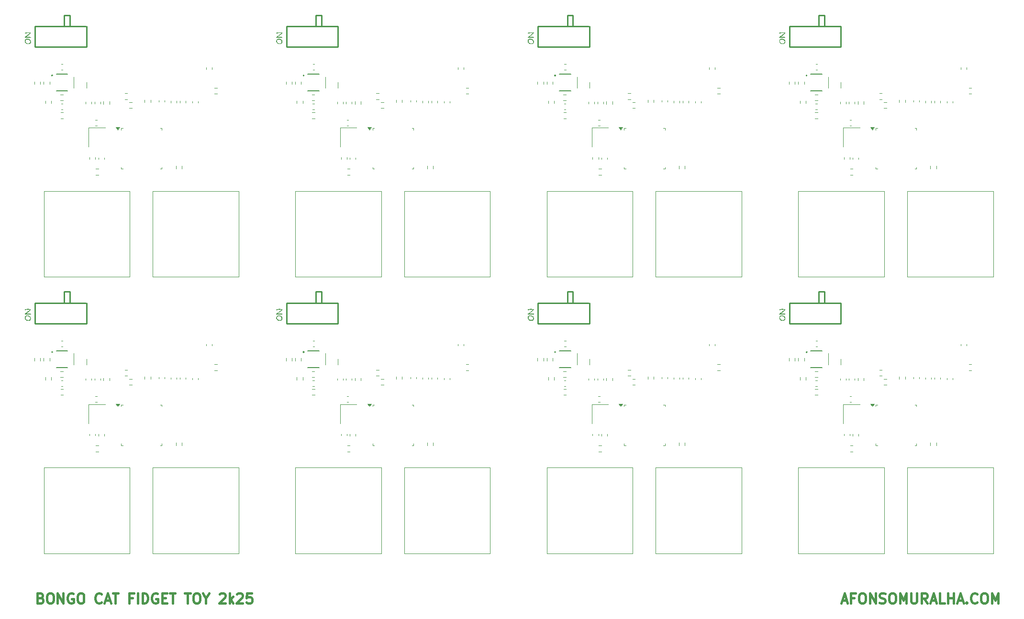
<source format=gbr>
%TF.GenerationSoftware,KiCad,Pcbnew,9.0.2*%
%TF.CreationDate,2025-05-28T15:12:05+01:00*%
%TF.ProjectId,Bongo-Cat-Fidget-Toy,426f6e67-6f2d-4436-9174-2d4669646765,rev?*%
%TF.SameCoordinates,Original*%
%TF.FileFunction,Legend,Top*%
%TF.FilePolarity,Positive*%
%FSLAX46Y46*%
G04 Gerber Fmt 4.6, Leading zero omitted, Abs format (unit mm)*
G04 Created by KiCad (PCBNEW 9.0.2) date 2025-05-28 15:12:05*
%MOMM*%
%LPD*%
G01*
G04 APERTURE LIST*
%ADD10C,0.400000*%
%ADD11C,0.100000*%
%ADD12C,0.120000*%
%ADD13C,0.127000*%
%ADD14C,0.200000*%
%ADD15C,0.250000*%
G04 APERTURE END LIST*
D10*
X205853511Y-129890284D02*
X206686844Y-129890284D01*
X205686844Y-130390284D02*
X206270178Y-128640284D01*
X206270178Y-128640284D02*
X206853511Y-130390284D01*
X208020178Y-129473617D02*
X207436844Y-129473617D01*
X207436844Y-130390284D02*
X207436844Y-128640284D01*
X207436844Y-128640284D02*
X208270178Y-128640284D01*
X209270178Y-128640284D02*
X209603511Y-128640284D01*
X209603511Y-128640284D02*
X209770178Y-128723617D01*
X209770178Y-128723617D02*
X209936844Y-128890284D01*
X209936844Y-128890284D02*
X210020178Y-129223617D01*
X210020178Y-129223617D02*
X210020178Y-129806951D01*
X210020178Y-129806951D02*
X209936844Y-130140284D01*
X209936844Y-130140284D02*
X209770178Y-130306951D01*
X209770178Y-130306951D02*
X209603511Y-130390284D01*
X209603511Y-130390284D02*
X209270178Y-130390284D01*
X209270178Y-130390284D02*
X209103511Y-130306951D01*
X209103511Y-130306951D02*
X208936844Y-130140284D01*
X208936844Y-130140284D02*
X208853511Y-129806951D01*
X208853511Y-129806951D02*
X208853511Y-129223617D01*
X208853511Y-129223617D02*
X208936844Y-128890284D01*
X208936844Y-128890284D02*
X209103511Y-128723617D01*
X209103511Y-128723617D02*
X209270178Y-128640284D01*
X210770177Y-130390284D02*
X210770177Y-128640284D01*
X210770177Y-128640284D02*
X211770177Y-130390284D01*
X211770177Y-130390284D02*
X211770177Y-128640284D01*
X212520177Y-130306951D02*
X212770177Y-130390284D01*
X212770177Y-130390284D02*
X213186844Y-130390284D01*
X213186844Y-130390284D02*
X213353510Y-130306951D01*
X213353510Y-130306951D02*
X213436844Y-130223617D01*
X213436844Y-130223617D02*
X213520177Y-130056951D01*
X213520177Y-130056951D02*
X213520177Y-129890284D01*
X213520177Y-129890284D02*
X213436844Y-129723617D01*
X213436844Y-129723617D02*
X213353510Y-129640284D01*
X213353510Y-129640284D02*
X213186844Y-129556951D01*
X213186844Y-129556951D02*
X212853510Y-129473617D01*
X212853510Y-129473617D02*
X212686844Y-129390284D01*
X212686844Y-129390284D02*
X212603510Y-129306951D01*
X212603510Y-129306951D02*
X212520177Y-129140284D01*
X212520177Y-129140284D02*
X212520177Y-128973617D01*
X212520177Y-128973617D02*
X212603510Y-128806951D01*
X212603510Y-128806951D02*
X212686844Y-128723617D01*
X212686844Y-128723617D02*
X212853510Y-128640284D01*
X212853510Y-128640284D02*
X213270177Y-128640284D01*
X213270177Y-128640284D02*
X213520177Y-128723617D01*
X214603511Y-128640284D02*
X214936844Y-128640284D01*
X214936844Y-128640284D02*
X215103511Y-128723617D01*
X215103511Y-128723617D02*
X215270177Y-128890284D01*
X215270177Y-128890284D02*
X215353511Y-129223617D01*
X215353511Y-129223617D02*
X215353511Y-129806951D01*
X215353511Y-129806951D02*
X215270177Y-130140284D01*
X215270177Y-130140284D02*
X215103511Y-130306951D01*
X215103511Y-130306951D02*
X214936844Y-130390284D01*
X214936844Y-130390284D02*
X214603511Y-130390284D01*
X214603511Y-130390284D02*
X214436844Y-130306951D01*
X214436844Y-130306951D02*
X214270177Y-130140284D01*
X214270177Y-130140284D02*
X214186844Y-129806951D01*
X214186844Y-129806951D02*
X214186844Y-129223617D01*
X214186844Y-129223617D02*
X214270177Y-128890284D01*
X214270177Y-128890284D02*
X214436844Y-128723617D01*
X214436844Y-128723617D02*
X214603511Y-128640284D01*
X216103510Y-130390284D02*
X216103510Y-128640284D01*
X216103510Y-128640284D02*
X216686844Y-129890284D01*
X216686844Y-129890284D02*
X217270177Y-128640284D01*
X217270177Y-128640284D02*
X217270177Y-130390284D01*
X218103510Y-128640284D02*
X218103510Y-130056951D01*
X218103510Y-130056951D02*
X218186844Y-130223617D01*
X218186844Y-130223617D02*
X218270177Y-130306951D01*
X218270177Y-130306951D02*
X218436844Y-130390284D01*
X218436844Y-130390284D02*
X218770177Y-130390284D01*
X218770177Y-130390284D02*
X218936844Y-130306951D01*
X218936844Y-130306951D02*
X219020177Y-130223617D01*
X219020177Y-130223617D02*
X219103510Y-130056951D01*
X219103510Y-130056951D02*
X219103510Y-128640284D01*
X220936843Y-130390284D02*
X220353510Y-129556951D01*
X219936843Y-130390284D02*
X219936843Y-128640284D01*
X219936843Y-128640284D02*
X220603510Y-128640284D01*
X220603510Y-128640284D02*
X220770177Y-128723617D01*
X220770177Y-128723617D02*
X220853510Y-128806951D01*
X220853510Y-128806951D02*
X220936843Y-128973617D01*
X220936843Y-128973617D02*
X220936843Y-129223617D01*
X220936843Y-129223617D02*
X220853510Y-129390284D01*
X220853510Y-129390284D02*
X220770177Y-129473617D01*
X220770177Y-129473617D02*
X220603510Y-129556951D01*
X220603510Y-129556951D02*
X219936843Y-129556951D01*
X221603510Y-129890284D02*
X222436843Y-129890284D01*
X221436843Y-130390284D02*
X222020177Y-128640284D01*
X222020177Y-128640284D02*
X222603510Y-130390284D01*
X224020177Y-130390284D02*
X223186843Y-130390284D01*
X223186843Y-130390284D02*
X223186843Y-128640284D01*
X224603510Y-130390284D02*
X224603510Y-128640284D01*
X224603510Y-129473617D02*
X225603510Y-129473617D01*
X225603510Y-130390284D02*
X225603510Y-128640284D01*
X226353510Y-129890284D02*
X227186843Y-129890284D01*
X226186843Y-130390284D02*
X226770177Y-128640284D01*
X226770177Y-128640284D02*
X227353510Y-130390284D01*
X227936843Y-130223617D02*
X228020177Y-130306951D01*
X228020177Y-130306951D02*
X227936843Y-130390284D01*
X227936843Y-130390284D02*
X227853510Y-130306951D01*
X227853510Y-130306951D02*
X227936843Y-130223617D01*
X227936843Y-130223617D02*
X227936843Y-130390284D01*
X229770176Y-130223617D02*
X229686843Y-130306951D01*
X229686843Y-130306951D02*
X229436843Y-130390284D01*
X229436843Y-130390284D02*
X229270176Y-130390284D01*
X229270176Y-130390284D02*
X229020176Y-130306951D01*
X229020176Y-130306951D02*
X228853510Y-130140284D01*
X228853510Y-130140284D02*
X228770176Y-129973617D01*
X228770176Y-129973617D02*
X228686843Y-129640284D01*
X228686843Y-129640284D02*
X228686843Y-129390284D01*
X228686843Y-129390284D02*
X228770176Y-129056951D01*
X228770176Y-129056951D02*
X228853510Y-128890284D01*
X228853510Y-128890284D02*
X229020176Y-128723617D01*
X229020176Y-128723617D02*
X229270176Y-128640284D01*
X229270176Y-128640284D02*
X229436843Y-128640284D01*
X229436843Y-128640284D02*
X229686843Y-128723617D01*
X229686843Y-128723617D02*
X229770176Y-128806951D01*
X230853510Y-128640284D02*
X231186843Y-128640284D01*
X231186843Y-128640284D02*
X231353510Y-128723617D01*
X231353510Y-128723617D02*
X231520176Y-128890284D01*
X231520176Y-128890284D02*
X231603510Y-129223617D01*
X231603510Y-129223617D02*
X231603510Y-129806951D01*
X231603510Y-129806951D02*
X231520176Y-130140284D01*
X231520176Y-130140284D02*
X231353510Y-130306951D01*
X231353510Y-130306951D02*
X231186843Y-130390284D01*
X231186843Y-130390284D02*
X230853510Y-130390284D01*
X230853510Y-130390284D02*
X230686843Y-130306951D01*
X230686843Y-130306951D02*
X230520176Y-130140284D01*
X230520176Y-130140284D02*
X230436843Y-129806951D01*
X230436843Y-129806951D02*
X230436843Y-129223617D01*
X230436843Y-129223617D02*
X230520176Y-128890284D01*
X230520176Y-128890284D02*
X230686843Y-128723617D01*
X230686843Y-128723617D02*
X230853510Y-128640284D01*
X232353509Y-130390284D02*
X232353509Y-128640284D01*
X232353509Y-128640284D02*
X232936843Y-129890284D01*
X232936843Y-129890284D02*
X233520176Y-128640284D01*
X233520176Y-128640284D02*
X233520176Y-130390284D01*
D11*
G36*
X150787135Y-30415544D02*
G01*
X150876193Y-30431081D01*
X150960979Y-30456680D01*
X151042122Y-30492424D01*
X151120149Y-30538683D01*
X151189582Y-30592909D01*
X151243964Y-30650209D01*
X151285090Y-30710827D01*
X151314168Y-30775346D01*
X151331765Y-30844652D01*
X151337769Y-30919885D01*
X151332888Y-30996542D01*
X151318688Y-31066657D01*
X151295556Y-31131172D01*
X151263494Y-31190876D01*
X151222120Y-31246376D01*
X151169545Y-31297893D01*
X151112335Y-31337216D01*
X151049826Y-31365324D01*
X150980999Y-31382532D01*
X150904543Y-31388465D01*
X150811016Y-31382798D01*
X150721911Y-31366038D01*
X150636470Y-31338283D01*
X150554035Y-31299283D01*
X150474065Y-31248452D01*
X150405475Y-31191369D01*
X150351710Y-31131755D01*
X150311068Y-31069340D01*
X150282382Y-31003560D01*
X150265076Y-30933593D01*
X150259193Y-30858397D01*
X150399877Y-30858397D01*
X150406257Y-30921901D01*
X150425165Y-30980959D01*
X150457058Y-31036814D01*
X150503428Y-31090324D01*
X150566695Y-31141902D01*
X150645880Y-31189134D01*
X150727972Y-31222401D01*
X150813826Y-31242377D01*
X150904482Y-31249124D01*
X150968451Y-31242798D01*
X151024557Y-31224506D01*
X151074439Y-31194391D01*
X151119172Y-31151427D01*
X151152787Y-31102697D01*
X151176984Y-31048572D01*
X151191907Y-30988058D01*
X151197085Y-30919885D01*
X151190630Y-30856934D01*
X151171588Y-30799168D01*
X151139573Y-30745249D01*
X151093080Y-30694285D01*
X151029596Y-30645905D01*
X150952697Y-30603911D01*
X150871587Y-30573967D01*
X150785425Y-30555797D01*
X150693212Y-30549613D01*
X150609759Y-30555273D01*
X150546307Y-30570466D01*
X150498642Y-30593229D01*
X150463441Y-30622702D01*
X150438160Y-30658738D01*
X150418280Y-30707626D01*
X150404883Y-30772796D01*
X150399877Y-30858397D01*
X150259193Y-30858397D01*
X150264081Y-30765223D01*
X150277694Y-30687375D01*
X150298762Y-30622548D01*
X150326467Y-30568744D01*
X150360493Y-30524334D01*
X150404111Y-30485705D01*
X150457287Y-30454535D01*
X150521681Y-30430954D01*
X150599437Y-30415740D01*
X150693090Y-30410272D01*
X150787135Y-30415544D01*
G37*
G36*
X151143840Y-29297380D02*
G01*
X151253139Y-29308309D01*
X151284913Y-29317724D01*
X151305506Y-29332711D01*
X151317746Y-29353296D01*
X151322138Y-29381399D01*
X151317806Y-29404975D01*
X151302838Y-29434110D01*
X151272923Y-29470914D01*
X151141229Y-29601603D01*
X150974404Y-29750171D01*
X150767157Y-29918591D01*
X150513816Y-30108937D01*
X150668910Y-30112357D01*
X150824737Y-30114372D01*
X150994852Y-30111991D01*
X151165700Y-30109609D01*
X151248010Y-30114297D01*
X151299335Y-30125807D01*
X151329127Y-30141214D01*
X151344536Y-30159213D01*
X151349493Y-30180623D01*
X151343274Y-30214875D01*
X151325557Y-30240096D01*
X151302366Y-30254917D01*
X151274999Y-30259880D01*
X151188232Y-30255483D01*
X151101464Y-30251026D01*
X150974702Y-30248278D01*
X150847940Y-30245530D01*
X150711653Y-30247606D01*
X150575365Y-30249621D01*
X150447260Y-30257865D01*
X150319093Y-30266047D01*
X150289675Y-30259603D01*
X150261696Y-30239058D01*
X150242083Y-30209910D01*
X150235746Y-30177875D01*
X150241812Y-30156560D01*
X150264666Y-30127942D01*
X150315002Y-30088421D01*
X150557474Y-29920247D01*
X150738642Y-29782385D01*
X150869466Y-29671549D01*
X150996981Y-29553227D01*
X151121248Y-29427195D01*
X151034481Y-29427195D01*
X150948385Y-29429210D01*
X150663891Y-29435778D01*
X150470890Y-29452413D01*
X150399144Y-29470853D01*
X150354905Y-29481643D01*
X150326726Y-29484531D01*
X150290072Y-29479374D01*
X150266701Y-29465886D01*
X150252667Y-29444455D01*
X150247469Y-29412113D01*
X150254114Y-29384802D01*
X150275510Y-29359865D01*
X150317943Y-29336256D01*
X150391866Y-29315193D01*
X150510795Y-29299541D01*
X150690892Y-29293288D01*
X150917366Y-29295365D01*
X151143840Y-29297380D01*
G37*
G36*
X106287135Y-79415544D02*
G01*
X106376193Y-79431081D01*
X106460979Y-79456680D01*
X106542122Y-79492424D01*
X106620149Y-79538683D01*
X106689582Y-79592909D01*
X106743964Y-79650209D01*
X106785090Y-79710827D01*
X106814168Y-79775346D01*
X106831765Y-79844652D01*
X106837769Y-79919885D01*
X106832888Y-79996542D01*
X106818688Y-80066657D01*
X106795556Y-80131172D01*
X106763494Y-80190876D01*
X106722120Y-80246376D01*
X106669545Y-80297893D01*
X106612335Y-80337216D01*
X106549826Y-80365324D01*
X106480999Y-80382532D01*
X106404543Y-80388465D01*
X106311016Y-80382798D01*
X106221911Y-80366038D01*
X106136470Y-80338283D01*
X106054035Y-80299283D01*
X105974065Y-80248452D01*
X105905475Y-80191369D01*
X105851710Y-80131755D01*
X105811068Y-80069340D01*
X105782382Y-80003560D01*
X105765076Y-79933593D01*
X105759193Y-79858397D01*
X105899877Y-79858397D01*
X105906257Y-79921901D01*
X105925165Y-79980959D01*
X105957058Y-80036814D01*
X106003428Y-80090324D01*
X106066695Y-80141902D01*
X106145880Y-80189134D01*
X106227972Y-80222401D01*
X106313826Y-80242377D01*
X106404482Y-80249124D01*
X106468451Y-80242798D01*
X106524557Y-80224506D01*
X106574439Y-80194391D01*
X106619172Y-80151427D01*
X106652787Y-80102697D01*
X106676984Y-80048572D01*
X106691907Y-79988058D01*
X106697085Y-79919885D01*
X106690630Y-79856934D01*
X106671588Y-79799168D01*
X106639573Y-79745249D01*
X106593080Y-79694285D01*
X106529596Y-79645905D01*
X106452697Y-79603911D01*
X106371587Y-79573967D01*
X106285425Y-79555797D01*
X106193212Y-79549613D01*
X106109759Y-79555273D01*
X106046307Y-79570466D01*
X105998642Y-79593229D01*
X105963441Y-79622702D01*
X105938160Y-79658738D01*
X105918280Y-79707626D01*
X105904883Y-79772796D01*
X105899877Y-79858397D01*
X105759193Y-79858397D01*
X105764081Y-79765223D01*
X105777694Y-79687375D01*
X105798762Y-79622548D01*
X105826467Y-79568744D01*
X105860493Y-79524334D01*
X105904111Y-79485705D01*
X105957287Y-79454535D01*
X106021681Y-79430954D01*
X106099437Y-79415740D01*
X106193090Y-79410272D01*
X106287135Y-79415544D01*
G37*
G36*
X106643840Y-78297380D02*
G01*
X106753139Y-78308309D01*
X106784913Y-78317724D01*
X106805506Y-78332711D01*
X106817746Y-78353296D01*
X106822138Y-78381399D01*
X106817806Y-78404975D01*
X106802838Y-78434110D01*
X106772923Y-78470914D01*
X106641229Y-78601603D01*
X106474404Y-78750171D01*
X106267157Y-78918591D01*
X106013816Y-79108937D01*
X106168910Y-79112357D01*
X106324737Y-79114372D01*
X106494852Y-79111991D01*
X106665700Y-79109609D01*
X106748010Y-79114297D01*
X106799335Y-79125807D01*
X106829127Y-79141214D01*
X106844536Y-79159213D01*
X106849493Y-79180623D01*
X106843274Y-79214875D01*
X106825557Y-79240096D01*
X106802366Y-79254917D01*
X106774999Y-79259880D01*
X106688232Y-79255483D01*
X106601464Y-79251026D01*
X106474702Y-79248278D01*
X106347940Y-79245530D01*
X106211653Y-79247606D01*
X106075365Y-79249621D01*
X105947260Y-79257865D01*
X105819093Y-79266047D01*
X105789675Y-79259603D01*
X105761696Y-79239058D01*
X105742083Y-79209910D01*
X105735746Y-79177875D01*
X105741812Y-79156560D01*
X105764666Y-79127942D01*
X105815002Y-79088421D01*
X106057474Y-78920247D01*
X106238642Y-78782385D01*
X106369466Y-78671549D01*
X106496981Y-78553227D01*
X106621248Y-78427195D01*
X106534481Y-78427195D01*
X106448385Y-78429210D01*
X106163891Y-78435778D01*
X105970890Y-78452413D01*
X105899144Y-78470853D01*
X105854905Y-78481643D01*
X105826726Y-78484531D01*
X105790072Y-78479374D01*
X105766701Y-78465886D01*
X105752667Y-78444455D01*
X105747469Y-78412113D01*
X105754114Y-78384802D01*
X105775510Y-78359865D01*
X105817943Y-78336256D01*
X105891866Y-78315193D01*
X106010795Y-78299541D01*
X106190892Y-78293288D01*
X106417366Y-78295365D01*
X106643840Y-78297380D01*
G37*
D10*
X64063157Y-129473617D02*
X64313157Y-129556951D01*
X64313157Y-129556951D02*
X64396490Y-129640284D01*
X64396490Y-129640284D02*
X64479823Y-129806951D01*
X64479823Y-129806951D02*
X64479823Y-130056951D01*
X64479823Y-130056951D02*
X64396490Y-130223617D01*
X64396490Y-130223617D02*
X64313157Y-130306951D01*
X64313157Y-130306951D02*
X64146490Y-130390284D01*
X64146490Y-130390284D02*
X63479823Y-130390284D01*
X63479823Y-130390284D02*
X63479823Y-128640284D01*
X63479823Y-128640284D02*
X64063157Y-128640284D01*
X64063157Y-128640284D02*
X64229823Y-128723617D01*
X64229823Y-128723617D02*
X64313157Y-128806951D01*
X64313157Y-128806951D02*
X64396490Y-128973617D01*
X64396490Y-128973617D02*
X64396490Y-129140284D01*
X64396490Y-129140284D02*
X64313157Y-129306951D01*
X64313157Y-129306951D02*
X64229823Y-129390284D01*
X64229823Y-129390284D02*
X64063157Y-129473617D01*
X64063157Y-129473617D02*
X63479823Y-129473617D01*
X65563157Y-128640284D02*
X65896490Y-128640284D01*
X65896490Y-128640284D02*
X66063157Y-128723617D01*
X66063157Y-128723617D02*
X66229823Y-128890284D01*
X66229823Y-128890284D02*
X66313157Y-129223617D01*
X66313157Y-129223617D02*
X66313157Y-129806951D01*
X66313157Y-129806951D02*
X66229823Y-130140284D01*
X66229823Y-130140284D02*
X66063157Y-130306951D01*
X66063157Y-130306951D02*
X65896490Y-130390284D01*
X65896490Y-130390284D02*
X65563157Y-130390284D01*
X65563157Y-130390284D02*
X65396490Y-130306951D01*
X65396490Y-130306951D02*
X65229823Y-130140284D01*
X65229823Y-130140284D02*
X65146490Y-129806951D01*
X65146490Y-129806951D02*
X65146490Y-129223617D01*
X65146490Y-129223617D02*
X65229823Y-128890284D01*
X65229823Y-128890284D02*
X65396490Y-128723617D01*
X65396490Y-128723617D02*
X65563157Y-128640284D01*
X67063156Y-130390284D02*
X67063156Y-128640284D01*
X67063156Y-128640284D02*
X68063156Y-130390284D01*
X68063156Y-130390284D02*
X68063156Y-128640284D01*
X69813156Y-128723617D02*
X69646489Y-128640284D01*
X69646489Y-128640284D02*
X69396489Y-128640284D01*
X69396489Y-128640284D02*
X69146489Y-128723617D01*
X69146489Y-128723617D02*
X68979823Y-128890284D01*
X68979823Y-128890284D02*
X68896489Y-129056951D01*
X68896489Y-129056951D02*
X68813156Y-129390284D01*
X68813156Y-129390284D02*
X68813156Y-129640284D01*
X68813156Y-129640284D02*
X68896489Y-129973617D01*
X68896489Y-129973617D02*
X68979823Y-130140284D01*
X68979823Y-130140284D02*
X69146489Y-130306951D01*
X69146489Y-130306951D02*
X69396489Y-130390284D01*
X69396489Y-130390284D02*
X69563156Y-130390284D01*
X69563156Y-130390284D02*
X69813156Y-130306951D01*
X69813156Y-130306951D02*
X69896489Y-130223617D01*
X69896489Y-130223617D02*
X69896489Y-129640284D01*
X69896489Y-129640284D02*
X69563156Y-129640284D01*
X70979823Y-128640284D02*
X71313156Y-128640284D01*
X71313156Y-128640284D02*
X71479823Y-128723617D01*
X71479823Y-128723617D02*
X71646489Y-128890284D01*
X71646489Y-128890284D02*
X71729823Y-129223617D01*
X71729823Y-129223617D02*
X71729823Y-129806951D01*
X71729823Y-129806951D02*
X71646489Y-130140284D01*
X71646489Y-130140284D02*
X71479823Y-130306951D01*
X71479823Y-130306951D02*
X71313156Y-130390284D01*
X71313156Y-130390284D02*
X70979823Y-130390284D01*
X70979823Y-130390284D02*
X70813156Y-130306951D01*
X70813156Y-130306951D02*
X70646489Y-130140284D01*
X70646489Y-130140284D02*
X70563156Y-129806951D01*
X70563156Y-129806951D02*
X70563156Y-129223617D01*
X70563156Y-129223617D02*
X70646489Y-128890284D01*
X70646489Y-128890284D02*
X70813156Y-128723617D01*
X70813156Y-128723617D02*
X70979823Y-128640284D01*
X74813155Y-130223617D02*
X74729822Y-130306951D01*
X74729822Y-130306951D02*
X74479822Y-130390284D01*
X74479822Y-130390284D02*
X74313155Y-130390284D01*
X74313155Y-130390284D02*
X74063155Y-130306951D01*
X74063155Y-130306951D02*
X73896489Y-130140284D01*
X73896489Y-130140284D02*
X73813155Y-129973617D01*
X73813155Y-129973617D02*
X73729822Y-129640284D01*
X73729822Y-129640284D02*
X73729822Y-129390284D01*
X73729822Y-129390284D02*
X73813155Y-129056951D01*
X73813155Y-129056951D02*
X73896489Y-128890284D01*
X73896489Y-128890284D02*
X74063155Y-128723617D01*
X74063155Y-128723617D02*
X74313155Y-128640284D01*
X74313155Y-128640284D02*
X74479822Y-128640284D01*
X74479822Y-128640284D02*
X74729822Y-128723617D01*
X74729822Y-128723617D02*
X74813155Y-128806951D01*
X75479822Y-129890284D02*
X76313155Y-129890284D01*
X75313155Y-130390284D02*
X75896489Y-128640284D01*
X75896489Y-128640284D02*
X76479822Y-130390284D01*
X76813155Y-128640284D02*
X77813155Y-128640284D01*
X77313155Y-130390284D02*
X77313155Y-128640284D01*
X80313155Y-129473617D02*
X79729821Y-129473617D01*
X79729821Y-130390284D02*
X79729821Y-128640284D01*
X79729821Y-128640284D02*
X80563155Y-128640284D01*
X81229821Y-130390284D02*
X81229821Y-128640284D01*
X82063154Y-130390284D02*
X82063154Y-128640284D01*
X82063154Y-128640284D02*
X82479821Y-128640284D01*
X82479821Y-128640284D02*
X82729821Y-128723617D01*
X82729821Y-128723617D02*
X82896488Y-128890284D01*
X82896488Y-128890284D02*
X82979821Y-129056951D01*
X82979821Y-129056951D02*
X83063154Y-129390284D01*
X83063154Y-129390284D02*
X83063154Y-129640284D01*
X83063154Y-129640284D02*
X82979821Y-129973617D01*
X82979821Y-129973617D02*
X82896488Y-130140284D01*
X82896488Y-130140284D02*
X82729821Y-130306951D01*
X82729821Y-130306951D02*
X82479821Y-130390284D01*
X82479821Y-130390284D02*
X82063154Y-130390284D01*
X84729821Y-128723617D02*
X84563154Y-128640284D01*
X84563154Y-128640284D02*
X84313154Y-128640284D01*
X84313154Y-128640284D02*
X84063154Y-128723617D01*
X84063154Y-128723617D02*
X83896488Y-128890284D01*
X83896488Y-128890284D02*
X83813154Y-129056951D01*
X83813154Y-129056951D02*
X83729821Y-129390284D01*
X83729821Y-129390284D02*
X83729821Y-129640284D01*
X83729821Y-129640284D02*
X83813154Y-129973617D01*
X83813154Y-129973617D02*
X83896488Y-130140284D01*
X83896488Y-130140284D02*
X84063154Y-130306951D01*
X84063154Y-130306951D02*
X84313154Y-130390284D01*
X84313154Y-130390284D02*
X84479821Y-130390284D01*
X84479821Y-130390284D02*
X84729821Y-130306951D01*
X84729821Y-130306951D02*
X84813154Y-130223617D01*
X84813154Y-130223617D02*
X84813154Y-129640284D01*
X84813154Y-129640284D02*
X84479821Y-129640284D01*
X85563154Y-129473617D02*
X86146488Y-129473617D01*
X86396488Y-130390284D02*
X85563154Y-130390284D01*
X85563154Y-130390284D02*
X85563154Y-128640284D01*
X85563154Y-128640284D02*
X86396488Y-128640284D01*
X86896487Y-128640284D02*
X87896487Y-128640284D01*
X87396487Y-130390284D02*
X87396487Y-128640284D01*
X89563153Y-128640284D02*
X90563153Y-128640284D01*
X90063153Y-130390284D02*
X90063153Y-128640284D01*
X91479820Y-128640284D02*
X91813153Y-128640284D01*
X91813153Y-128640284D02*
X91979820Y-128723617D01*
X91979820Y-128723617D02*
X92146486Y-128890284D01*
X92146486Y-128890284D02*
X92229820Y-129223617D01*
X92229820Y-129223617D02*
X92229820Y-129806951D01*
X92229820Y-129806951D02*
X92146486Y-130140284D01*
X92146486Y-130140284D02*
X91979820Y-130306951D01*
X91979820Y-130306951D02*
X91813153Y-130390284D01*
X91813153Y-130390284D02*
X91479820Y-130390284D01*
X91479820Y-130390284D02*
X91313153Y-130306951D01*
X91313153Y-130306951D02*
X91146486Y-130140284D01*
X91146486Y-130140284D02*
X91063153Y-129806951D01*
X91063153Y-129806951D02*
X91063153Y-129223617D01*
X91063153Y-129223617D02*
X91146486Y-128890284D01*
X91146486Y-128890284D02*
X91313153Y-128723617D01*
X91313153Y-128723617D02*
X91479820Y-128640284D01*
X93313153Y-129556951D02*
X93313153Y-130390284D01*
X92729819Y-128640284D02*
X93313153Y-129556951D01*
X93313153Y-129556951D02*
X93896486Y-128640284D01*
X95729819Y-128806951D02*
X95813152Y-128723617D01*
X95813152Y-128723617D02*
X95979819Y-128640284D01*
X95979819Y-128640284D02*
X96396486Y-128640284D01*
X96396486Y-128640284D02*
X96563152Y-128723617D01*
X96563152Y-128723617D02*
X96646486Y-128806951D01*
X96646486Y-128806951D02*
X96729819Y-128973617D01*
X96729819Y-128973617D02*
X96729819Y-129140284D01*
X96729819Y-129140284D02*
X96646486Y-129390284D01*
X96646486Y-129390284D02*
X95646486Y-130390284D01*
X95646486Y-130390284D02*
X96729819Y-130390284D01*
X97479819Y-130390284D02*
X97479819Y-128640284D01*
X97646486Y-129723617D02*
X98146486Y-130390284D01*
X98146486Y-129223617D02*
X97479819Y-129890284D01*
X98813153Y-128806951D02*
X98896486Y-128723617D01*
X98896486Y-128723617D02*
X99063153Y-128640284D01*
X99063153Y-128640284D02*
X99479820Y-128640284D01*
X99479820Y-128640284D02*
X99646486Y-128723617D01*
X99646486Y-128723617D02*
X99729820Y-128806951D01*
X99729820Y-128806951D02*
X99813153Y-128973617D01*
X99813153Y-128973617D02*
X99813153Y-129140284D01*
X99813153Y-129140284D02*
X99729820Y-129390284D01*
X99729820Y-129390284D02*
X98729820Y-130390284D01*
X98729820Y-130390284D02*
X99813153Y-130390284D01*
X101396487Y-128640284D02*
X100563153Y-128640284D01*
X100563153Y-128640284D02*
X100479820Y-129473617D01*
X100479820Y-129473617D02*
X100563153Y-129390284D01*
X100563153Y-129390284D02*
X100729820Y-129306951D01*
X100729820Y-129306951D02*
X101146487Y-129306951D01*
X101146487Y-129306951D02*
X101313153Y-129390284D01*
X101313153Y-129390284D02*
X101396487Y-129473617D01*
X101396487Y-129473617D02*
X101479820Y-129640284D01*
X101479820Y-129640284D02*
X101479820Y-130056951D01*
X101479820Y-130056951D02*
X101396487Y-130223617D01*
X101396487Y-130223617D02*
X101313153Y-130306951D01*
X101313153Y-130306951D02*
X101146487Y-130390284D01*
X101146487Y-130390284D02*
X100729820Y-130390284D01*
X100729820Y-130390284D02*
X100563153Y-130306951D01*
X100563153Y-130306951D02*
X100479820Y-130223617D01*
D11*
G36*
X61787135Y-30415544D02*
G01*
X61876193Y-30431081D01*
X61960979Y-30456680D01*
X62042122Y-30492424D01*
X62120149Y-30538683D01*
X62189582Y-30592909D01*
X62243964Y-30650209D01*
X62285090Y-30710827D01*
X62314168Y-30775346D01*
X62331765Y-30844652D01*
X62337769Y-30919885D01*
X62332888Y-30996542D01*
X62318688Y-31066657D01*
X62295556Y-31131172D01*
X62263494Y-31190876D01*
X62222120Y-31246376D01*
X62169545Y-31297893D01*
X62112335Y-31337216D01*
X62049826Y-31365324D01*
X61980999Y-31382532D01*
X61904543Y-31388465D01*
X61811016Y-31382798D01*
X61721911Y-31366038D01*
X61636470Y-31338283D01*
X61554035Y-31299283D01*
X61474065Y-31248452D01*
X61405475Y-31191369D01*
X61351710Y-31131755D01*
X61311068Y-31069340D01*
X61282382Y-31003560D01*
X61265076Y-30933593D01*
X61259193Y-30858397D01*
X61399877Y-30858397D01*
X61406257Y-30921901D01*
X61425165Y-30980959D01*
X61457058Y-31036814D01*
X61503428Y-31090324D01*
X61566695Y-31141902D01*
X61645880Y-31189134D01*
X61727972Y-31222401D01*
X61813826Y-31242377D01*
X61904482Y-31249124D01*
X61968451Y-31242798D01*
X62024557Y-31224506D01*
X62074439Y-31194391D01*
X62119172Y-31151427D01*
X62152787Y-31102697D01*
X62176984Y-31048572D01*
X62191907Y-30988058D01*
X62197085Y-30919885D01*
X62190630Y-30856934D01*
X62171588Y-30799168D01*
X62139573Y-30745249D01*
X62093080Y-30694285D01*
X62029596Y-30645905D01*
X61952697Y-30603911D01*
X61871587Y-30573967D01*
X61785425Y-30555797D01*
X61693212Y-30549613D01*
X61609759Y-30555273D01*
X61546307Y-30570466D01*
X61498642Y-30593229D01*
X61463441Y-30622702D01*
X61438160Y-30658738D01*
X61418280Y-30707626D01*
X61404883Y-30772796D01*
X61399877Y-30858397D01*
X61259193Y-30858397D01*
X61264081Y-30765223D01*
X61277694Y-30687375D01*
X61298762Y-30622548D01*
X61326467Y-30568744D01*
X61360493Y-30524334D01*
X61404111Y-30485705D01*
X61457287Y-30454535D01*
X61521681Y-30430954D01*
X61599437Y-30415740D01*
X61693090Y-30410272D01*
X61787135Y-30415544D01*
G37*
G36*
X62143840Y-29297380D02*
G01*
X62253139Y-29308309D01*
X62284913Y-29317724D01*
X62305506Y-29332711D01*
X62317746Y-29353296D01*
X62322138Y-29381399D01*
X62317806Y-29404975D01*
X62302838Y-29434110D01*
X62272923Y-29470914D01*
X62141229Y-29601603D01*
X61974404Y-29750171D01*
X61767157Y-29918591D01*
X61513816Y-30108937D01*
X61668910Y-30112357D01*
X61824737Y-30114372D01*
X61994852Y-30111991D01*
X62165700Y-30109609D01*
X62248010Y-30114297D01*
X62299335Y-30125807D01*
X62329127Y-30141214D01*
X62344536Y-30159213D01*
X62349493Y-30180623D01*
X62343274Y-30214875D01*
X62325557Y-30240096D01*
X62302366Y-30254917D01*
X62274999Y-30259880D01*
X62188232Y-30255483D01*
X62101464Y-30251026D01*
X61974702Y-30248278D01*
X61847940Y-30245530D01*
X61711653Y-30247606D01*
X61575365Y-30249621D01*
X61447260Y-30257865D01*
X61319093Y-30266047D01*
X61289675Y-30259603D01*
X61261696Y-30239058D01*
X61242083Y-30209910D01*
X61235746Y-30177875D01*
X61241812Y-30156560D01*
X61264666Y-30127942D01*
X61315002Y-30088421D01*
X61557474Y-29920247D01*
X61738642Y-29782385D01*
X61869466Y-29671549D01*
X61996981Y-29553227D01*
X62121248Y-29427195D01*
X62034481Y-29427195D01*
X61948385Y-29429210D01*
X61663891Y-29435778D01*
X61470890Y-29452413D01*
X61399144Y-29470853D01*
X61354905Y-29481643D01*
X61326726Y-29484531D01*
X61290072Y-29479374D01*
X61266701Y-29465886D01*
X61252667Y-29444455D01*
X61247469Y-29412113D01*
X61254114Y-29384802D01*
X61275510Y-29359865D01*
X61317943Y-29336256D01*
X61391866Y-29315193D01*
X61510795Y-29299541D01*
X61690892Y-29293288D01*
X61917366Y-29295365D01*
X62143840Y-29297380D01*
G37*
G36*
X195287135Y-30415544D02*
G01*
X195376193Y-30431081D01*
X195460979Y-30456680D01*
X195542122Y-30492424D01*
X195620149Y-30538683D01*
X195689582Y-30592909D01*
X195743964Y-30650209D01*
X195785090Y-30710827D01*
X195814168Y-30775346D01*
X195831765Y-30844652D01*
X195837769Y-30919885D01*
X195832888Y-30996542D01*
X195818688Y-31066657D01*
X195795556Y-31131172D01*
X195763494Y-31190876D01*
X195722120Y-31246376D01*
X195669545Y-31297893D01*
X195612335Y-31337216D01*
X195549826Y-31365324D01*
X195480999Y-31382532D01*
X195404543Y-31388465D01*
X195311016Y-31382798D01*
X195221911Y-31366038D01*
X195136470Y-31338283D01*
X195054035Y-31299283D01*
X194974065Y-31248452D01*
X194905475Y-31191369D01*
X194851710Y-31131755D01*
X194811068Y-31069340D01*
X194782382Y-31003560D01*
X194765076Y-30933593D01*
X194759193Y-30858397D01*
X194899877Y-30858397D01*
X194906257Y-30921901D01*
X194925165Y-30980959D01*
X194957058Y-31036814D01*
X195003428Y-31090324D01*
X195066695Y-31141902D01*
X195145880Y-31189134D01*
X195227972Y-31222401D01*
X195313826Y-31242377D01*
X195404482Y-31249124D01*
X195468451Y-31242798D01*
X195524557Y-31224506D01*
X195574439Y-31194391D01*
X195619172Y-31151427D01*
X195652787Y-31102697D01*
X195676984Y-31048572D01*
X195691907Y-30988058D01*
X195697085Y-30919885D01*
X195690630Y-30856934D01*
X195671588Y-30799168D01*
X195639573Y-30745249D01*
X195593080Y-30694285D01*
X195529596Y-30645905D01*
X195452697Y-30603911D01*
X195371587Y-30573967D01*
X195285425Y-30555797D01*
X195193212Y-30549613D01*
X195109759Y-30555273D01*
X195046307Y-30570466D01*
X194998642Y-30593229D01*
X194963441Y-30622702D01*
X194938160Y-30658738D01*
X194918280Y-30707626D01*
X194904883Y-30772796D01*
X194899877Y-30858397D01*
X194759193Y-30858397D01*
X194764081Y-30765223D01*
X194777694Y-30687375D01*
X194798762Y-30622548D01*
X194826467Y-30568744D01*
X194860493Y-30524334D01*
X194904111Y-30485705D01*
X194957287Y-30454535D01*
X195021681Y-30430954D01*
X195099437Y-30415740D01*
X195193090Y-30410272D01*
X195287135Y-30415544D01*
G37*
G36*
X195643840Y-29297380D02*
G01*
X195753139Y-29308309D01*
X195784913Y-29317724D01*
X195805506Y-29332711D01*
X195817746Y-29353296D01*
X195822138Y-29381399D01*
X195817806Y-29404975D01*
X195802838Y-29434110D01*
X195772923Y-29470914D01*
X195641229Y-29601603D01*
X195474404Y-29750171D01*
X195267157Y-29918591D01*
X195013816Y-30108937D01*
X195168910Y-30112357D01*
X195324737Y-30114372D01*
X195494852Y-30111991D01*
X195665700Y-30109609D01*
X195748010Y-30114297D01*
X195799335Y-30125807D01*
X195829127Y-30141214D01*
X195844536Y-30159213D01*
X195849493Y-30180623D01*
X195843274Y-30214875D01*
X195825557Y-30240096D01*
X195802366Y-30254917D01*
X195774999Y-30259880D01*
X195688232Y-30255483D01*
X195601464Y-30251026D01*
X195474702Y-30248278D01*
X195347940Y-30245530D01*
X195211653Y-30247606D01*
X195075365Y-30249621D01*
X194947260Y-30257865D01*
X194819093Y-30266047D01*
X194789675Y-30259603D01*
X194761696Y-30239058D01*
X194742083Y-30209910D01*
X194735746Y-30177875D01*
X194741812Y-30156560D01*
X194764666Y-30127942D01*
X194815002Y-30088421D01*
X195057474Y-29920247D01*
X195238642Y-29782385D01*
X195369466Y-29671549D01*
X195496981Y-29553227D01*
X195621248Y-29427195D01*
X195534481Y-29427195D01*
X195448385Y-29429210D01*
X195163891Y-29435778D01*
X194970890Y-29452413D01*
X194899144Y-29470853D01*
X194854905Y-29481643D01*
X194826726Y-29484531D01*
X194790072Y-29479374D01*
X194766701Y-29465886D01*
X194752667Y-29444455D01*
X194747469Y-29412113D01*
X194754114Y-29384802D01*
X194775510Y-29359865D01*
X194817943Y-29336256D01*
X194891866Y-29315193D01*
X195010795Y-29299541D01*
X195190892Y-29293288D01*
X195417366Y-29295365D01*
X195643840Y-29297380D01*
G37*
G36*
X150787135Y-79415544D02*
G01*
X150876193Y-79431081D01*
X150960979Y-79456680D01*
X151042122Y-79492424D01*
X151120149Y-79538683D01*
X151189582Y-79592909D01*
X151243964Y-79650209D01*
X151285090Y-79710827D01*
X151314168Y-79775346D01*
X151331765Y-79844652D01*
X151337769Y-79919885D01*
X151332888Y-79996542D01*
X151318688Y-80066657D01*
X151295556Y-80131172D01*
X151263494Y-80190876D01*
X151222120Y-80246376D01*
X151169545Y-80297893D01*
X151112335Y-80337216D01*
X151049826Y-80365324D01*
X150980999Y-80382532D01*
X150904543Y-80388465D01*
X150811016Y-80382798D01*
X150721911Y-80366038D01*
X150636470Y-80338283D01*
X150554035Y-80299283D01*
X150474065Y-80248452D01*
X150405475Y-80191369D01*
X150351710Y-80131755D01*
X150311068Y-80069340D01*
X150282382Y-80003560D01*
X150265076Y-79933593D01*
X150259193Y-79858397D01*
X150399877Y-79858397D01*
X150406257Y-79921901D01*
X150425165Y-79980959D01*
X150457058Y-80036814D01*
X150503428Y-80090324D01*
X150566695Y-80141902D01*
X150645880Y-80189134D01*
X150727972Y-80222401D01*
X150813826Y-80242377D01*
X150904482Y-80249124D01*
X150968451Y-80242798D01*
X151024557Y-80224506D01*
X151074439Y-80194391D01*
X151119172Y-80151427D01*
X151152787Y-80102697D01*
X151176984Y-80048572D01*
X151191907Y-79988058D01*
X151197085Y-79919885D01*
X151190630Y-79856934D01*
X151171588Y-79799168D01*
X151139573Y-79745249D01*
X151093080Y-79694285D01*
X151029596Y-79645905D01*
X150952697Y-79603911D01*
X150871587Y-79573967D01*
X150785425Y-79555797D01*
X150693212Y-79549613D01*
X150609759Y-79555273D01*
X150546307Y-79570466D01*
X150498642Y-79593229D01*
X150463441Y-79622702D01*
X150438160Y-79658738D01*
X150418280Y-79707626D01*
X150404883Y-79772796D01*
X150399877Y-79858397D01*
X150259193Y-79858397D01*
X150264081Y-79765223D01*
X150277694Y-79687375D01*
X150298762Y-79622548D01*
X150326467Y-79568744D01*
X150360493Y-79524334D01*
X150404111Y-79485705D01*
X150457287Y-79454535D01*
X150521681Y-79430954D01*
X150599437Y-79415740D01*
X150693090Y-79410272D01*
X150787135Y-79415544D01*
G37*
G36*
X151143840Y-78297380D02*
G01*
X151253139Y-78308309D01*
X151284913Y-78317724D01*
X151305506Y-78332711D01*
X151317746Y-78353296D01*
X151322138Y-78381399D01*
X151317806Y-78404975D01*
X151302838Y-78434110D01*
X151272923Y-78470914D01*
X151141229Y-78601603D01*
X150974404Y-78750171D01*
X150767157Y-78918591D01*
X150513816Y-79108937D01*
X150668910Y-79112357D01*
X150824737Y-79114372D01*
X150994852Y-79111991D01*
X151165700Y-79109609D01*
X151248010Y-79114297D01*
X151299335Y-79125807D01*
X151329127Y-79141214D01*
X151344536Y-79159213D01*
X151349493Y-79180623D01*
X151343274Y-79214875D01*
X151325557Y-79240096D01*
X151302366Y-79254917D01*
X151274999Y-79259880D01*
X151188232Y-79255483D01*
X151101464Y-79251026D01*
X150974702Y-79248278D01*
X150847940Y-79245530D01*
X150711653Y-79247606D01*
X150575365Y-79249621D01*
X150447260Y-79257865D01*
X150319093Y-79266047D01*
X150289675Y-79259603D01*
X150261696Y-79239058D01*
X150242083Y-79209910D01*
X150235746Y-79177875D01*
X150241812Y-79156560D01*
X150264666Y-79127942D01*
X150315002Y-79088421D01*
X150557474Y-78920247D01*
X150738642Y-78782385D01*
X150869466Y-78671549D01*
X150996981Y-78553227D01*
X151121248Y-78427195D01*
X151034481Y-78427195D01*
X150948385Y-78429210D01*
X150663891Y-78435778D01*
X150470890Y-78452413D01*
X150399144Y-78470853D01*
X150354905Y-78481643D01*
X150326726Y-78484531D01*
X150290072Y-78479374D01*
X150266701Y-78465886D01*
X150252667Y-78444455D01*
X150247469Y-78412113D01*
X150254114Y-78384802D01*
X150275510Y-78359865D01*
X150317943Y-78336256D01*
X150391866Y-78315193D01*
X150510795Y-78299541D01*
X150690892Y-78293288D01*
X150917366Y-78295365D01*
X151143840Y-78297380D01*
G37*
G36*
X61787135Y-79415544D02*
G01*
X61876193Y-79431081D01*
X61960979Y-79456680D01*
X62042122Y-79492424D01*
X62120149Y-79538683D01*
X62189582Y-79592909D01*
X62243964Y-79650209D01*
X62285090Y-79710827D01*
X62314168Y-79775346D01*
X62331765Y-79844652D01*
X62337769Y-79919885D01*
X62332888Y-79996542D01*
X62318688Y-80066657D01*
X62295556Y-80131172D01*
X62263494Y-80190876D01*
X62222120Y-80246376D01*
X62169545Y-80297893D01*
X62112335Y-80337216D01*
X62049826Y-80365324D01*
X61980999Y-80382532D01*
X61904543Y-80388465D01*
X61811016Y-80382798D01*
X61721911Y-80366038D01*
X61636470Y-80338283D01*
X61554035Y-80299283D01*
X61474065Y-80248452D01*
X61405475Y-80191369D01*
X61351710Y-80131755D01*
X61311068Y-80069340D01*
X61282382Y-80003560D01*
X61265076Y-79933593D01*
X61259193Y-79858397D01*
X61399877Y-79858397D01*
X61406257Y-79921901D01*
X61425165Y-79980959D01*
X61457058Y-80036814D01*
X61503428Y-80090324D01*
X61566695Y-80141902D01*
X61645880Y-80189134D01*
X61727972Y-80222401D01*
X61813826Y-80242377D01*
X61904482Y-80249124D01*
X61968451Y-80242798D01*
X62024557Y-80224506D01*
X62074439Y-80194391D01*
X62119172Y-80151427D01*
X62152787Y-80102697D01*
X62176984Y-80048572D01*
X62191907Y-79988058D01*
X62197085Y-79919885D01*
X62190630Y-79856934D01*
X62171588Y-79799168D01*
X62139573Y-79745249D01*
X62093080Y-79694285D01*
X62029596Y-79645905D01*
X61952697Y-79603911D01*
X61871587Y-79573967D01*
X61785425Y-79555797D01*
X61693212Y-79549613D01*
X61609759Y-79555273D01*
X61546307Y-79570466D01*
X61498642Y-79593229D01*
X61463441Y-79622702D01*
X61438160Y-79658738D01*
X61418280Y-79707626D01*
X61404883Y-79772796D01*
X61399877Y-79858397D01*
X61259193Y-79858397D01*
X61264081Y-79765223D01*
X61277694Y-79687375D01*
X61298762Y-79622548D01*
X61326467Y-79568744D01*
X61360493Y-79524334D01*
X61404111Y-79485705D01*
X61457287Y-79454535D01*
X61521681Y-79430954D01*
X61599437Y-79415740D01*
X61693090Y-79410272D01*
X61787135Y-79415544D01*
G37*
G36*
X62143840Y-78297380D02*
G01*
X62253139Y-78308309D01*
X62284913Y-78317724D01*
X62305506Y-78332711D01*
X62317746Y-78353296D01*
X62322138Y-78381399D01*
X62317806Y-78404975D01*
X62302838Y-78434110D01*
X62272923Y-78470914D01*
X62141229Y-78601603D01*
X61974404Y-78750171D01*
X61767157Y-78918591D01*
X61513816Y-79108937D01*
X61668910Y-79112357D01*
X61824737Y-79114372D01*
X61994852Y-79111991D01*
X62165700Y-79109609D01*
X62248010Y-79114297D01*
X62299335Y-79125807D01*
X62329127Y-79141214D01*
X62344536Y-79159213D01*
X62349493Y-79180623D01*
X62343274Y-79214875D01*
X62325557Y-79240096D01*
X62302366Y-79254917D01*
X62274999Y-79259880D01*
X62188232Y-79255483D01*
X62101464Y-79251026D01*
X61974702Y-79248278D01*
X61847940Y-79245530D01*
X61711653Y-79247606D01*
X61575365Y-79249621D01*
X61447260Y-79257865D01*
X61319093Y-79266047D01*
X61289675Y-79259603D01*
X61261696Y-79239058D01*
X61242083Y-79209910D01*
X61235746Y-79177875D01*
X61241812Y-79156560D01*
X61264666Y-79127942D01*
X61315002Y-79088421D01*
X61557474Y-78920247D01*
X61738642Y-78782385D01*
X61869466Y-78671549D01*
X61996981Y-78553227D01*
X62121248Y-78427195D01*
X62034481Y-78427195D01*
X61948385Y-78429210D01*
X61663891Y-78435778D01*
X61470890Y-78452413D01*
X61399144Y-78470853D01*
X61354905Y-78481643D01*
X61326726Y-78484531D01*
X61290072Y-78479374D01*
X61266701Y-78465886D01*
X61252667Y-78444455D01*
X61247469Y-78412113D01*
X61254114Y-78384802D01*
X61275510Y-78359865D01*
X61317943Y-78336256D01*
X61391866Y-78315193D01*
X61510795Y-78299541D01*
X61690892Y-78293288D01*
X61917366Y-78295365D01*
X62143840Y-78297380D01*
G37*
G36*
X106287135Y-30415544D02*
G01*
X106376193Y-30431081D01*
X106460979Y-30456680D01*
X106542122Y-30492424D01*
X106620149Y-30538683D01*
X106689582Y-30592909D01*
X106743964Y-30650209D01*
X106785090Y-30710827D01*
X106814168Y-30775346D01*
X106831765Y-30844652D01*
X106837769Y-30919885D01*
X106832888Y-30996542D01*
X106818688Y-31066657D01*
X106795556Y-31131172D01*
X106763494Y-31190876D01*
X106722120Y-31246376D01*
X106669545Y-31297893D01*
X106612335Y-31337216D01*
X106549826Y-31365324D01*
X106480999Y-31382532D01*
X106404543Y-31388465D01*
X106311016Y-31382798D01*
X106221911Y-31366038D01*
X106136470Y-31338283D01*
X106054035Y-31299283D01*
X105974065Y-31248452D01*
X105905475Y-31191369D01*
X105851710Y-31131755D01*
X105811068Y-31069340D01*
X105782382Y-31003560D01*
X105765076Y-30933593D01*
X105759193Y-30858397D01*
X105899877Y-30858397D01*
X105906257Y-30921901D01*
X105925165Y-30980959D01*
X105957058Y-31036814D01*
X106003428Y-31090324D01*
X106066695Y-31141902D01*
X106145880Y-31189134D01*
X106227972Y-31222401D01*
X106313826Y-31242377D01*
X106404482Y-31249124D01*
X106468451Y-31242798D01*
X106524557Y-31224506D01*
X106574439Y-31194391D01*
X106619172Y-31151427D01*
X106652787Y-31102697D01*
X106676984Y-31048572D01*
X106691907Y-30988058D01*
X106697085Y-30919885D01*
X106690630Y-30856934D01*
X106671588Y-30799168D01*
X106639573Y-30745249D01*
X106593080Y-30694285D01*
X106529596Y-30645905D01*
X106452697Y-30603911D01*
X106371587Y-30573967D01*
X106285425Y-30555797D01*
X106193212Y-30549613D01*
X106109759Y-30555273D01*
X106046307Y-30570466D01*
X105998642Y-30593229D01*
X105963441Y-30622702D01*
X105938160Y-30658738D01*
X105918280Y-30707626D01*
X105904883Y-30772796D01*
X105899877Y-30858397D01*
X105759193Y-30858397D01*
X105764081Y-30765223D01*
X105777694Y-30687375D01*
X105798762Y-30622548D01*
X105826467Y-30568744D01*
X105860493Y-30524334D01*
X105904111Y-30485705D01*
X105957287Y-30454535D01*
X106021681Y-30430954D01*
X106099437Y-30415740D01*
X106193090Y-30410272D01*
X106287135Y-30415544D01*
G37*
G36*
X106643840Y-29297380D02*
G01*
X106753139Y-29308309D01*
X106784913Y-29317724D01*
X106805506Y-29332711D01*
X106817746Y-29353296D01*
X106822138Y-29381399D01*
X106817806Y-29404975D01*
X106802838Y-29434110D01*
X106772923Y-29470914D01*
X106641229Y-29601603D01*
X106474404Y-29750171D01*
X106267157Y-29918591D01*
X106013816Y-30108937D01*
X106168910Y-30112357D01*
X106324737Y-30114372D01*
X106494852Y-30111991D01*
X106665700Y-30109609D01*
X106748010Y-30114297D01*
X106799335Y-30125807D01*
X106829127Y-30141214D01*
X106844536Y-30159213D01*
X106849493Y-30180623D01*
X106843274Y-30214875D01*
X106825557Y-30240096D01*
X106802366Y-30254917D01*
X106774999Y-30259880D01*
X106688232Y-30255483D01*
X106601464Y-30251026D01*
X106474702Y-30248278D01*
X106347940Y-30245530D01*
X106211653Y-30247606D01*
X106075365Y-30249621D01*
X105947260Y-30257865D01*
X105819093Y-30266047D01*
X105789675Y-30259603D01*
X105761696Y-30239058D01*
X105742083Y-30209910D01*
X105735746Y-30177875D01*
X105741812Y-30156560D01*
X105764666Y-30127942D01*
X105815002Y-30088421D01*
X106057474Y-29920247D01*
X106238642Y-29782385D01*
X106369466Y-29671549D01*
X106496981Y-29553227D01*
X106621248Y-29427195D01*
X106534481Y-29427195D01*
X106448385Y-29429210D01*
X106163891Y-29435778D01*
X105970890Y-29452413D01*
X105899144Y-29470853D01*
X105854905Y-29481643D01*
X105826726Y-29484531D01*
X105790072Y-29479374D01*
X105766701Y-29465886D01*
X105752667Y-29444455D01*
X105747469Y-29412113D01*
X105754114Y-29384802D01*
X105775510Y-29359865D01*
X105817943Y-29336256D01*
X105891866Y-29315193D01*
X106010795Y-29299541D01*
X106190892Y-29293288D01*
X106417366Y-29295365D01*
X106643840Y-29297380D01*
G37*
G36*
X195287135Y-79415544D02*
G01*
X195376193Y-79431081D01*
X195460979Y-79456680D01*
X195542122Y-79492424D01*
X195620149Y-79538683D01*
X195689582Y-79592909D01*
X195743964Y-79650209D01*
X195785090Y-79710827D01*
X195814168Y-79775346D01*
X195831765Y-79844652D01*
X195837769Y-79919885D01*
X195832888Y-79996542D01*
X195818688Y-80066657D01*
X195795556Y-80131172D01*
X195763494Y-80190876D01*
X195722120Y-80246376D01*
X195669545Y-80297893D01*
X195612335Y-80337216D01*
X195549826Y-80365324D01*
X195480999Y-80382532D01*
X195404543Y-80388465D01*
X195311016Y-80382798D01*
X195221911Y-80366038D01*
X195136470Y-80338283D01*
X195054035Y-80299283D01*
X194974065Y-80248452D01*
X194905475Y-80191369D01*
X194851710Y-80131755D01*
X194811068Y-80069340D01*
X194782382Y-80003560D01*
X194765076Y-79933593D01*
X194759193Y-79858397D01*
X194899877Y-79858397D01*
X194906257Y-79921901D01*
X194925165Y-79980959D01*
X194957058Y-80036814D01*
X195003428Y-80090324D01*
X195066695Y-80141902D01*
X195145880Y-80189134D01*
X195227972Y-80222401D01*
X195313826Y-80242377D01*
X195404482Y-80249124D01*
X195468451Y-80242798D01*
X195524557Y-80224506D01*
X195574439Y-80194391D01*
X195619172Y-80151427D01*
X195652787Y-80102697D01*
X195676984Y-80048572D01*
X195691907Y-79988058D01*
X195697085Y-79919885D01*
X195690630Y-79856934D01*
X195671588Y-79799168D01*
X195639573Y-79745249D01*
X195593080Y-79694285D01*
X195529596Y-79645905D01*
X195452697Y-79603911D01*
X195371587Y-79573967D01*
X195285425Y-79555797D01*
X195193212Y-79549613D01*
X195109759Y-79555273D01*
X195046307Y-79570466D01*
X194998642Y-79593229D01*
X194963441Y-79622702D01*
X194938160Y-79658738D01*
X194918280Y-79707626D01*
X194904883Y-79772796D01*
X194899877Y-79858397D01*
X194759193Y-79858397D01*
X194764081Y-79765223D01*
X194777694Y-79687375D01*
X194798762Y-79622548D01*
X194826467Y-79568744D01*
X194860493Y-79524334D01*
X194904111Y-79485705D01*
X194957287Y-79454535D01*
X195021681Y-79430954D01*
X195099437Y-79415740D01*
X195193090Y-79410272D01*
X195287135Y-79415544D01*
G37*
G36*
X195643840Y-78297380D02*
G01*
X195753139Y-78308309D01*
X195784913Y-78317724D01*
X195805506Y-78332711D01*
X195817746Y-78353296D01*
X195822138Y-78381399D01*
X195817806Y-78404975D01*
X195802838Y-78434110D01*
X195772923Y-78470914D01*
X195641229Y-78601603D01*
X195474404Y-78750171D01*
X195267157Y-78918591D01*
X195013816Y-79108937D01*
X195168910Y-79112357D01*
X195324737Y-79114372D01*
X195494852Y-79111991D01*
X195665700Y-79109609D01*
X195748010Y-79114297D01*
X195799335Y-79125807D01*
X195829127Y-79141214D01*
X195844536Y-79159213D01*
X195849493Y-79180623D01*
X195843274Y-79214875D01*
X195825557Y-79240096D01*
X195802366Y-79254917D01*
X195774999Y-79259880D01*
X195688232Y-79255483D01*
X195601464Y-79251026D01*
X195474702Y-79248278D01*
X195347940Y-79245530D01*
X195211653Y-79247606D01*
X195075365Y-79249621D01*
X194947260Y-79257865D01*
X194819093Y-79266047D01*
X194789675Y-79259603D01*
X194761696Y-79239058D01*
X194742083Y-79209910D01*
X194735746Y-79177875D01*
X194741812Y-79156560D01*
X194764666Y-79127942D01*
X194815002Y-79088421D01*
X195057474Y-78920247D01*
X195238642Y-78782385D01*
X195369466Y-78671549D01*
X195496981Y-78553227D01*
X195621248Y-78427195D01*
X195534481Y-78427195D01*
X195448385Y-78429210D01*
X195163891Y-78435778D01*
X194970890Y-78452413D01*
X194899144Y-78470853D01*
X194854905Y-78481643D01*
X194826726Y-78484531D01*
X194790072Y-78479374D01*
X194766701Y-78465886D01*
X194752667Y-78444455D01*
X194747469Y-78412113D01*
X194754114Y-78384802D01*
X194775510Y-78359865D01*
X194817943Y-78336256D01*
X194891866Y-78315193D01*
X195010795Y-78299541D01*
X195190892Y-78293288D01*
X195417366Y-78295365D01*
X195643840Y-78297380D01*
G37*
D12*
%TO.C,R6*%
X68027258Y-40323000D02*
X67552742Y-40323000D01*
X68027258Y-41368000D02*
X67552742Y-41368000D01*
D13*
%TO.C,U101*%
X66837500Y-85675500D02*
X68837500Y-85675500D01*
X66837500Y-88675500D02*
X68837500Y-88675500D01*
D14*
X66187500Y-85925500D02*
G75*
G02*
X65987500Y-85925500I-100000J0D01*
G01*
X65987500Y-85925500D02*
G75*
G02*
X66187500Y-85925500I100000J0D01*
G01*
D12*
%TO.C,C8*%
X177700000Y-90459920D02*
X177700000Y-90741080D01*
X178720000Y-90459920D02*
X178720000Y-90741080D01*
%TO.C,R5*%
X156587742Y-43478000D02*
X157062258Y-43478000D01*
X156587742Y-44523000D02*
X157062258Y-44523000D01*
%TO.C,C5*%
X226870000Y-35811080D02*
X226870000Y-35529920D01*
X227890000Y-35811080D02*
X227890000Y-35529920D01*
%TO.C,U1*%
X211810000Y-46250500D02*
X211810000Y-46550500D01*
X211810000Y-53470500D02*
X211810000Y-53170500D01*
X212110000Y-46250500D02*
X211810000Y-46250500D01*
X212110000Y-53470500D02*
X211810000Y-53470500D01*
X218730000Y-46250500D02*
X219030000Y-46250500D01*
X218730000Y-53470500D02*
X219030000Y-53470500D01*
X219030000Y-46250500D02*
X219030000Y-46550500D01*
X219030000Y-53470500D02*
X219030000Y-53170500D01*
X211207500Y-46550500D02*
X210867500Y-46080500D01*
X211547500Y-46080500D01*
X211207500Y-46550500D01*
G36*
X211207500Y-46550500D02*
G01*
X210867500Y-46080500D01*
X211547500Y-46080500D01*
X211207500Y-46550500D01*
G37*
%TO.C,C1*%
X112209420Y-83940500D02*
X112490580Y-83940500D01*
X112209420Y-84960500D02*
X112490580Y-84960500D01*
D15*
%TO.C,SW5*%
X196560000Y-77248000D02*
X196560000Y-80848000D01*
X196560000Y-77248000D02*
X205550000Y-77248000D01*
X196560000Y-80848000D02*
X205660000Y-80848000D01*
X201750000Y-75238000D02*
X202760000Y-75238000D01*
X201750000Y-77248000D02*
X201750000Y-75238000D01*
X202760000Y-75238000D02*
X202760000Y-77248000D01*
X205660000Y-77248000D02*
X205660000Y-80848000D01*
D12*
%TO.C,R6*%
X112527258Y-40323000D02*
X112052742Y-40323000D01*
X112527258Y-41368000D02*
X112052742Y-41368000D01*
%TO.C,R13*%
X212927258Y-89098000D02*
X212452742Y-89098000D01*
X212927258Y-90143000D02*
X212452742Y-90143000D01*
%TO.C,C10*%
X87120000Y-41731080D02*
X87120000Y-41449920D01*
X88140000Y-41731080D02*
X88140000Y-41449920D01*
%TO.C,C8*%
X88700000Y-90459920D02*
X88700000Y-90741080D01*
X89720000Y-90459920D02*
X89720000Y-90741080D01*
%TO.C,L102*%
X203440000Y-37150500D02*
X203440000Y-39150500D01*
X205660000Y-38150500D02*
X205660000Y-39150500D01*
%TO.C,C3*%
X74280000Y-51464920D02*
X74280000Y-51746080D01*
X75300000Y-51464920D02*
X75300000Y-51746080D01*
%TO.C,R13*%
X168427258Y-40098000D02*
X167952742Y-40098000D01*
X168427258Y-41143000D02*
X167952742Y-41143000D01*
%TO.C,R2*%
X221487500Y-52953242D02*
X221487500Y-53427758D01*
X222532500Y-52953242D02*
X222532500Y-53427758D01*
%TO.C,R103*%
X198112500Y-38008242D02*
X198112500Y-38482758D01*
X199157500Y-38008242D02*
X199157500Y-38482758D01*
X153612500Y-87008242D02*
X153612500Y-87482758D01*
X154657500Y-87008242D02*
X154657500Y-87482758D01*
%TO.C,SW1*%
X153625000Y-57400500D02*
X153625000Y-72600500D01*
X153625000Y-72600500D02*
X168825000Y-72600500D01*
X168825000Y-57400500D02*
X153625000Y-57400500D01*
X168825000Y-72600500D02*
X168825000Y-57400500D01*
%TO.C,C1*%
X67709420Y-34940500D02*
X67990580Y-34940500D01*
X67709420Y-35960500D02*
X67990580Y-35960500D01*
%TO.C,R12*%
X168762742Y-41678000D02*
X169237258Y-41678000D01*
X168762742Y-42723000D02*
X169237258Y-42723000D01*
%TO.C,C6*%
X163020580Y-93780500D02*
X162739420Y-93780500D01*
X163020580Y-94800500D02*
X162739420Y-94800500D01*
%TO.C,R11*%
X208677500Y-41977758D02*
X208677500Y-41503242D01*
X209722500Y-41977758D02*
X209722500Y-41503242D01*
%TO.C,R101*%
X126977500Y-90238242D02*
X126977500Y-90712758D01*
X128022500Y-90238242D02*
X128022500Y-90712758D01*
%TO.C,R103*%
X64612500Y-38008242D02*
X64612500Y-38482758D01*
X65657500Y-38008242D02*
X65657500Y-38482758D01*
D13*
%TO.C,U101*%
X200337500Y-36675500D02*
X202337500Y-36675500D01*
X200337500Y-39675500D02*
X202337500Y-39675500D01*
D14*
X199687500Y-36925500D02*
G75*
G02*
X199487500Y-36925500I-100000J0D01*
G01*
X199487500Y-36925500D02*
G75*
G02*
X199687500Y-36925500I100000J0D01*
G01*
D12*
%TO.C,R11*%
X119677500Y-90977758D02*
X119677500Y-90503242D01*
X120722500Y-90977758D02*
X120722500Y-90503242D01*
%TO.C,C9*%
X224430000Y-41771080D02*
X224430000Y-41489920D01*
X225450000Y-41771080D02*
X225450000Y-41489920D01*
%TO.C,R102*%
X151977500Y-38487758D02*
X151977500Y-38013242D01*
X153022500Y-38487758D02*
X153022500Y-38013242D01*
%TO.C,C11*%
X173990000Y-41601080D02*
X173990000Y-41319920D01*
X175010000Y-41601080D02*
X175010000Y-41319920D01*
%TO.C,R1*%
X162802741Y-102488000D02*
X163277257Y-102488000D01*
X162802741Y-103533000D02*
X163277257Y-103533000D01*
%TO.C,R4*%
X198402500Y-90388242D02*
X198402500Y-90862758D01*
X199447500Y-90388242D02*
X199447500Y-90862758D01*
%TO.C,C13*%
X205550000Y-90911080D02*
X205550000Y-90629920D01*
X206570000Y-90911080D02*
X206570000Y-90629920D01*
%TO.C,R2*%
X221487500Y-101953242D02*
X221487500Y-102427758D01*
X222532500Y-101953242D02*
X222532500Y-102427758D01*
%TO.C,C4*%
X72730000Y-100444919D02*
X72730000Y-100726079D01*
X73750000Y-100444919D02*
X73750000Y-100726079D01*
%TO.C,L102*%
X114440000Y-37150500D02*
X114440000Y-39150500D01*
X116660000Y-38150500D02*
X116660000Y-39150500D01*
%TO.C,R6*%
X112527258Y-89323000D02*
X112052742Y-89323000D01*
X112527258Y-90368000D02*
X112052742Y-90368000D01*
%TO.C,U1*%
X78310000Y-46250500D02*
X78310000Y-46550500D01*
X78310000Y-53470500D02*
X78310000Y-53170500D01*
X78610000Y-46250500D02*
X78310000Y-46250500D01*
X78610000Y-53470500D02*
X78310000Y-53470500D01*
X85230000Y-46250500D02*
X85530000Y-46250500D01*
X85230000Y-53470500D02*
X85530000Y-53470500D01*
X85530000Y-46250500D02*
X85530000Y-46550500D01*
X85530000Y-53470500D02*
X85530000Y-53170500D01*
X77707500Y-46550500D02*
X77367500Y-46080500D01*
X78047500Y-46080500D01*
X77707500Y-46550500D01*
G36*
X77707500Y-46550500D02*
G01*
X77367500Y-46080500D01*
X78047500Y-46080500D01*
X77707500Y-46550500D01*
G37*
%TO.C,R5*%
X201087742Y-43478000D02*
X201562258Y-43478000D01*
X201087742Y-44523000D02*
X201562258Y-44523000D01*
%TO.C,C6*%
X207520580Y-44780500D02*
X207239420Y-44780500D01*
X207520580Y-45800500D02*
X207239420Y-45800500D01*
%TO.C,R8*%
X183812742Y-88098000D02*
X184287258Y-88098000D01*
X183812742Y-89143000D02*
X184287258Y-89143000D01*
%TO.C,Y1*%
X117070000Y-95165500D02*
X117070000Y-98585500D01*
X119990000Y-95165500D02*
X117070000Y-95165500D01*
D13*
%TO.C,U101*%
X66837500Y-36675500D02*
X68837500Y-36675500D01*
X66837500Y-39675500D02*
X68837500Y-39675500D01*
D14*
X66187500Y-36925500D02*
G75*
G02*
X65987500Y-36925500I-100000J0D01*
G01*
X65987500Y-36925500D02*
G75*
G02*
X66187500Y-36925500I100000J0D01*
G01*
D12*
%TO.C,C1*%
X201209420Y-83940500D02*
X201490580Y-83940500D01*
X201209420Y-84960500D02*
X201490580Y-84960500D01*
%TO.C,C10*%
X220620000Y-90731080D02*
X220620000Y-90449920D01*
X221640000Y-90731080D02*
X221640000Y-90449920D01*
D15*
%TO.C,SW5*%
X196560000Y-28248000D02*
X196560000Y-31848000D01*
X196560000Y-28248000D02*
X205550000Y-28248000D01*
X196560000Y-31848000D02*
X205660000Y-31848000D01*
X201750000Y-26238000D02*
X202760000Y-26238000D01*
X201750000Y-28248000D02*
X201750000Y-26238000D01*
X202760000Y-26238000D02*
X202760000Y-28248000D01*
X205660000Y-28248000D02*
X205660000Y-31848000D01*
D12*
%TO.C,C5*%
X182370000Y-84811080D02*
X182370000Y-84529920D01*
X183390000Y-84811080D02*
X183390000Y-84529920D01*
%TO.C,C10*%
X176120000Y-41731080D02*
X176120000Y-41449920D01*
X177140000Y-41731080D02*
X177140000Y-41449920D01*
%TO.C,C13*%
X72050000Y-41911080D02*
X72050000Y-41629920D01*
X73070000Y-41911080D02*
X73070000Y-41629920D01*
%TO.C,C6*%
X207520580Y-93780500D02*
X207239420Y-93780500D01*
X207520580Y-94800500D02*
X207239420Y-94800500D01*
%TO.C,R8*%
X228312742Y-88098000D02*
X228787258Y-88098000D01*
X228312742Y-89143000D02*
X228787258Y-89143000D01*
%TO.C,C8*%
X133200000Y-90459920D02*
X133200000Y-90741080D01*
X134220000Y-90459920D02*
X134220000Y-90741080D01*
%TO.C,C11*%
X129490000Y-90601080D02*
X129490000Y-90319920D01*
X130510000Y-90601080D02*
X130510000Y-90319920D01*
%TO.C,U1*%
X122810000Y-95250500D02*
X122810000Y-95550500D01*
X122810000Y-102470500D02*
X122810000Y-102170500D01*
X123110000Y-95250500D02*
X122810000Y-95250500D01*
X123110000Y-102470500D02*
X122810000Y-102470500D01*
X129730000Y-95250500D02*
X130030000Y-95250500D01*
X129730000Y-102470500D02*
X130030000Y-102470500D01*
X130030000Y-95250500D02*
X130030000Y-95550500D01*
X130030000Y-102470500D02*
X130030000Y-102170500D01*
X122207500Y-95550500D02*
X121867500Y-95080500D01*
X122547500Y-95080500D01*
X122207500Y-95550500D01*
G36*
X122207500Y-95550500D02*
G01*
X121867500Y-95080500D01*
X122547500Y-95080500D01*
X122207500Y-95550500D01*
G37*
%TO.C,R6*%
X157027258Y-89323000D02*
X156552742Y-89323000D01*
X157027258Y-90368000D02*
X156552742Y-90368000D01*
%TO.C,C3*%
X163280000Y-100464920D02*
X163280000Y-100746080D01*
X164300000Y-100464920D02*
X164300000Y-100746080D01*
%TO.C,C10*%
X220620000Y-41731080D02*
X220620000Y-41449920D01*
X221640000Y-41731080D02*
X221640000Y-41449920D01*
%TO.C,C3*%
X207780000Y-51464920D02*
X207780000Y-51746080D01*
X208800000Y-51464920D02*
X208800000Y-51746080D01*
%TO.C,R6*%
X201527258Y-89323000D02*
X201052742Y-89323000D01*
X201527258Y-90368000D02*
X201052742Y-90368000D01*
%TO.C,R1*%
X73802741Y-102488000D02*
X74277257Y-102488000D01*
X73802741Y-103533000D02*
X74277257Y-103533000D01*
%TO.C,C6*%
X118520580Y-44780500D02*
X118239420Y-44780500D01*
X118520580Y-45800500D02*
X118239420Y-45800500D01*
%TO.C,SW2*%
X128400000Y-57400500D02*
X128400000Y-72600500D01*
X128400000Y-72600500D02*
X143600000Y-72600500D01*
X143600000Y-57400500D02*
X128400000Y-57400500D01*
X143600000Y-72600500D02*
X143600000Y-57400500D01*
%TO.C,C13*%
X161050000Y-41911080D02*
X161050000Y-41629920D01*
X162070000Y-41911080D02*
X162070000Y-41629920D01*
%TO.C,R8*%
X94812742Y-39098000D02*
X95287258Y-39098000D01*
X94812742Y-40143000D02*
X95287258Y-40143000D01*
%TO.C,SW2*%
X172900000Y-57400500D02*
X172900000Y-72600500D01*
X172900000Y-72600500D02*
X188100000Y-72600500D01*
X188100000Y-57400500D02*
X172900000Y-57400500D01*
X188100000Y-72600500D02*
X188100000Y-57400500D01*
%TO.C,C2*%
X112465580Y-90915500D02*
X112184420Y-90915500D01*
X112465580Y-91935500D02*
X112184420Y-91935500D01*
%TO.C,Y1*%
X161570000Y-46165500D02*
X161570000Y-49585500D01*
X164490000Y-46165500D02*
X161570000Y-46165500D01*
%TO.C,SW1*%
X153625000Y-106400500D02*
X153625000Y-121600500D01*
X153625000Y-121600500D02*
X168825000Y-121600500D01*
X168825000Y-106400500D02*
X153625000Y-106400500D01*
X168825000Y-121600500D02*
X168825000Y-106400500D01*
D15*
%TO.C,SW5*%
X107560000Y-77248000D02*
X107560000Y-80848000D01*
X107560000Y-77248000D02*
X116550000Y-77248000D01*
X107560000Y-80848000D02*
X116660000Y-80848000D01*
X112750000Y-75238000D02*
X113760000Y-75238000D01*
X112750000Y-77248000D02*
X112750000Y-75238000D01*
X113760000Y-75238000D02*
X113760000Y-77248000D01*
X116660000Y-77248000D02*
X116660000Y-80848000D01*
D12*
%TO.C,C1*%
X201209420Y-34940500D02*
X201490580Y-34940500D01*
X201209420Y-35960500D02*
X201490580Y-35960500D01*
%TO.C,C8*%
X222200000Y-41459920D02*
X222200000Y-41741080D01*
X223220000Y-41459920D02*
X223220000Y-41741080D01*
%TO.C,R12*%
X213262742Y-41678000D02*
X213737258Y-41678000D01*
X213262742Y-42723000D02*
X213737258Y-42723000D01*
%TO.C,R13*%
X168427258Y-89098000D02*
X167952742Y-89098000D01*
X168427258Y-90143000D02*
X167952742Y-90143000D01*
%TO.C,C5*%
X93370000Y-35811080D02*
X93370000Y-35529920D01*
X94390000Y-35811080D02*
X94390000Y-35529920D01*
%TO.C,R13*%
X79427258Y-89098000D02*
X78952742Y-89098000D01*
X79427258Y-90143000D02*
X78952742Y-90143000D01*
%TO.C,R5*%
X156587742Y-92478000D02*
X157062258Y-92478000D01*
X156587742Y-93523000D02*
X157062258Y-93523000D01*
%TO.C,R11*%
X164177500Y-41977758D02*
X164177500Y-41503242D01*
X165222500Y-41977758D02*
X165222500Y-41503242D01*
%TO.C,SW1*%
X109125000Y-57400500D02*
X109125000Y-72600500D01*
X109125000Y-72600500D02*
X124325000Y-72600500D01*
X124325000Y-57400500D02*
X109125000Y-57400500D01*
X124325000Y-72600500D02*
X124325000Y-57400500D01*
%TO.C,C9*%
X135430000Y-90771080D02*
X135430000Y-90489920D01*
X136450000Y-90771080D02*
X136450000Y-90489920D01*
%TO.C,C11*%
X173990000Y-90601080D02*
X173990000Y-90319920D01*
X175010000Y-90601080D02*
X175010000Y-90319920D01*
%TO.C,R1*%
X73802741Y-53488000D02*
X74277257Y-53488000D01*
X73802741Y-54533000D02*
X74277257Y-54533000D01*
%TO.C,R101*%
X126977500Y-41238242D02*
X126977500Y-41712758D01*
X128022500Y-41238242D02*
X128022500Y-41712758D01*
%TO.C,R13*%
X212927258Y-40098000D02*
X212452742Y-40098000D01*
X212927258Y-41143000D02*
X212452742Y-41143000D01*
%TO.C,R12*%
X79762742Y-90678000D02*
X80237258Y-90678000D01*
X79762742Y-91723000D02*
X80237258Y-91723000D01*
%TO.C,C10*%
X131620000Y-41731080D02*
X131620000Y-41449920D01*
X132640000Y-41731080D02*
X132640000Y-41449920D01*
%TO.C,C9*%
X135430000Y-41771080D02*
X135430000Y-41489920D01*
X136450000Y-41771080D02*
X136450000Y-41489920D01*
%TO.C,C10*%
X87120000Y-90731080D02*
X87120000Y-90449920D01*
X88140000Y-90731080D02*
X88140000Y-90449920D01*
%TO.C,C6*%
X163020580Y-44780500D02*
X162739420Y-44780500D01*
X163020580Y-45800500D02*
X162739420Y-45800500D01*
%TO.C,C5*%
X93370000Y-84811080D02*
X93370000Y-84529920D01*
X94390000Y-84811080D02*
X94390000Y-84529920D01*
%TO.C,R103*%
X109112500Y-38008242D02*
X109112500Y-38482758D01*
X110157500Y-38008242D02*
X110157500Y-38482758D01*
%TO.C,C4*%
X161730000Y-51444919D02*
X161730000Y-51726079D01*
X162750000Y-51444919D02*
X162750000Y-51726079D01*
%TO.C,R2*%
X176987500Y-52953242D02*
X176987500Y-53427758D01*
X178032500Y-52953242D02*
X178032500Y-53427758D01*
%TO.C,R8*%
X139312742Y-39098000D02*
X139787258Y-39098000D01*
X139312742Y-40143000D02*
X139787258Y-40143000D01*
%TO.C,C9*%
X90930000Y-41771080D02*
X90930000Y-41489920D01*
X91950000Y-41771080D02*
X91950000Y-41489920D01*
%TO.C,L102*%
X158940000Y-37150500D02*
X158940000Y-39150500D01*
X161160000Y-38150500D02*
X161160000Y-39150500D01*
D15*
%TO.C,SW5*%
X107560000Y-28248000D02*
X107560000Y-31848000D01*
X107560000Y-28248000D02*
X116550000Y-28248000D01*
X107560000Y-31848000D02*
X116660000Y-31848000D01*
X112750000Y-26238000D02*
X113760000Y-26238000D01*
X112750000Y-28248000D02*
X112750000Y-26238000D01*
X113760000Y-26238000D02*
X113760000Y-28248000D01*
X116660000Y-28248000D02*
X116660000Y-31848000D01*
D12*
%TO.C,R2*%
X176987500Y-101953242D02*
X176987500Y-102427758D01*
X178032500Y-101953242D02*
X178032500Y-102427758D01*
%TO.C,R102*%
X151977500Y-87487758D02*
X151977500Y-87013242D01*
X153022500Y-87487758D02*
X153022500Y-87013242D01*
%TO.C,SW1*%
X198125000Y-106400500D02*
X198125000Y-121600500D01*
X198125000Y-121600500D02*
X213325000Y-121600500D01*
X213325000Y-106400500D02*
X198125000Y-106400500D01*
X213325000Y-121600500D02*
X213325000Y-106400500D01*
%TO.C,U1*%
X167310000Y-46250500D02*
X167310000Y-46550500D01*
X167310000Y-53470500D02*
X167310000Y-53170500D01*
X167610000Y-46250500D02*
X167310000Y-46250500D01*
X167610000Y-53470500D02*
X167310000Y-53470500D01*
X174230000Y-46250500D02*
X174530000Y-46250500D01*
X174230000Y-53470500D02*
X174530000Y-53470500D01*
X174530000Y-46250500D02*
X174530000Y-46550500D01*
X174530000Y-53470500D02*
X174530000Y-53170500D01*
X166707500Y-46550500D02*
X166367500Y-46080500D01*
X167047500Y-46080500D01*
X166707500Y-46550500D01*
G36*
X166707500Y-46550500D02*
G01*
X166367500Y-46080500D01*
X167047500Y-46080500D01*
X166707500Y-46550500D01*
G37*
%TO.C,C4*%
X117230000Y-51444919D02*
X117230000Y-51726079D01*
X118250000Y-51444919D02*
X118250000Y-51726079D01*
%TO.C,C1*%
X156709420Y-34940500D02*
X156990580Y-34940500D01*
X156709420Y-35960500D02*
X156990580Y-35960500D01*
%TO.C,C6*%
X74020580Y-44780500D02*
X73739420Y-44780500D01*
X74020580Y-45800500D02*
X73739420Y-45800500D01*
%TO.C,R4*%
X153902500Y-90388242D02*
X153902500Y-90862758D01*
X154947500Y-90388242D02*
X154947500Y-90862758D01*
%TO.C,C3*%
X118780000Y-51464920D02*
X118780000Y-51746080D01*
X119800000Y-51464920D02*
X119800000Y-51746080D01*
%TO.C,C9*%
X179930000Y-90771080D02*
X179930000Y-90489920D01*
X180950000Y-90771080D02*
X180950000Y-90489920D01*
%TO.C,R101*%
X171477500Y-41238242D02*
X171477500Y-41712758D01*
X172522500Y-41238242D02*
X172522500Y-41712758D01*
X171477500Y-90238242D02*
X171477500Y-90712758D01*
X172522500Y-90238242D02*
X172522500Y-90712758D01*
%TO.C,R13*%
X123927258Y-89098000D02*
X123452742Y-89098000D01*
X123927258Y-90143000D02*
X123452742Y-90143000D01*
%TO.C,C8*%
X177700000Y-41459920D02*
X177700000Y-41741080D01*
X178720000Y-41459920D02*
X178720000Y-41741080D01*
%TO.C,C5*%
X182370000Y-35811080D02*
X182370000Y-35529920D01*
X183390000Y-35811080D02*
X183390000Y-35529920D01*
%TO.C,C9*%
X179930000Y-41771080D02*
X179930000Y-41489920D01*
X180950000Y-41771080D02*
X180950000Y-41489920D01*
%TO.C,Y1*%
X72570000Y-95165500D02*
X72570000Y-98585500D01*
X75490000Y-95165500D02*
X72570000Y-95165500D01*
%TO.C,R102*%
X62977500Y-38487758D02*
X62977500Y-38013242D01*
X64022500Y-38487758D02*
X64022500Y-38013242D01*
%TO.C,R4*%
X109402500Y-41388242D02*
X109402500Y-41862758D01*
X110447500Y-41388242D02*
X110447500Y-41862758D01*
%TO.C,C3*%
X74280000Y-100464920D02*
X74280000Y-100746080D01*
X75300000Y-100464920D02*
X75300000Y-100746080D01*
%TO.C,C13*%
X116550000Y-90911080D02*
X116550000Y-90629920D01*
X117570000Y-90911080D02*
X117570000Y-90629920D01*
%TO.C,R4*%
X64902500Y-41388242D02*
X64902500Y-41862758D01*
X65947500Y-41388242D02*
X65947500Y-41862758D01*
%TO.C,C4*%
X72730000Y-51444919D02*
X72730000Y-51726079D01*
X73750000Y-51444919D02*
X73750000Y-51726079D01*
%TO.C,SW2*%
X83900000Y-57400500D02*
X83900000Y-72600500D01*
X83900000Y-72600500D02*
X99100000Y-72600500D01*
X99100000Y-57400500D02*
X83900000Y-57400500D01*
X99100000Y-72600500D02*
X99100000Y-57400500D01*
%TO.C,R8*%
X183812742Y-39098000D02*
X184287258Y-39098000D01*
X183812742Y-40143000D02*
X184287258Y-40143000D01*
%TO.C,R1*%
X207302741Y-102488000D02*
X207777257Y-102488000D01*
X207302741Y-103533000D02*
X207777257Y-103533000D01*
%TO.C,C11*%
X84990000Y-90601080D02*
X84990000Y-90319920D01*
X86010000Y-90601080D02*
X86010000Y-90319920D01*
%TO.C,C2*%
X201465580Y-41915500D02*
X201184420Y-41915500D01*
X201465580Y-42935500D02*
X201184420Y-42935500D01*
%TO.C,C6*%
X74020580Y-93780500D02*
X73739420Y-93780500D01*
X74020580Y-94800500D02*
X73739420Y-94800500D01*
%TO.C,L102*%
X203440000Y-86150500D02*
X203440000Y-88150500D01*
X205660000Y-87150500D02*
X205660000Y-88150500D01*
X69940000Y-37150500D02*
X69940000Y-39150500D01*
X72160000Y-38150500D02*
X72160000Y-39150500D01*
%TO.C,Y1*%
X206070000Y-95165500D02*
X206070000Y-98585500D01*
X208990000Y-95165500D02*
X206070000Y-95165500D01*
%TO.C,C11*%
X129490000Y-41601080D02*
X129490000Y-41319920D01*
X130510000Y-41601080D02*
X130510000Y-41319920D01*
%TO.C,R12*%
X213262742Y-90678000D02*
X213737258Y-90678000D01*
X213262742Y-91723000D02*
X213737258Y-91723000D01*
%TO.C,C3*%
X163280000Y-51464920D02*
X163280000Y-51746080D01*
X164300000Y-51464920D02*
X164300000Y-51746080D01*
%TO.C,U1*%
X78310000Y-95250500D02*
X78310000Y-95550500D01*
X78310000Y-102470500D02*
X78310000Y-102170500D01*
X78610000Y-95250500D02*
X78310000Y-95250500D01*
X78610000Y-102470500D02*
X78310000Y-102470500D01*
X85230000Y-95250500D02*
X85530000Y-95250500D01*
X85230000Y-102470500D02*
X85530000Y-102470500D01*
X85530000Y-95250500D02*
X85530000Y-95550500D01*
X85530000Y-102470500D02*
X85530000Y-102170500D01*
X77707500Y-95550500D02*
X77367500Y-95080500D01*
X78047500Y-95080500D01*
X77707500Y-95550500D01*
G36*
X77707500Y-95550500D02*
G01*
X77367500Y-95080500D01*
X78047500Y-95080500D01*
X77707500Y-95550500D01*
G37*
%TO.C,C4*%
X117230000Y-100444919D02*
X117230000Y-100726079D01*
X118250000Y-100444919D02*
X118250000Y-100726079D01*
%TO.C,R6*%
X68027258Y-89323000D02*
X67552742Y-89323000D01*
X68027258Y-90368000D02*
X67552742Y-90368000D01*
%TO.C,R102*%
X107477500Y-87487758D02*
X107477500Y-87013242D01*
X108522500Y-87487758D02*
X108522500Y-87013242D01*
D15*
%TO.C,SW5*%
X152060000Y-28248000D02*
X152060000Y-31848000D01*
X152060000Y-28248000D02*
X161050000Y-28248000D01*
X152060000Y-31848000D02*
X161160000Y-31848000D01*
X157250000Y-26238000D02*
X158260000Y-26238000D01*
X157250000Y-28248000D02*
X157250000Y-26238000D01*
X158260000Y-26238000D02*
X158260000Y-28248000D01*
X161160000Y-28248000D02*
X161160000Y-31848000D01*
D12*
%TO.C,C13*%
X72050000Y-90911080D02*
X72050000Y-90629920D01*
X73070000Y-90911080D02*
X73070000Y-90629920D01*
%TO.C,SW2*%
X217400000Y-57400500D02*
X217400000Y-72600500D01*
X217400000Y-72600500D02*
X232600000Y-72600500D01*
X232600000Y-57400500D02*
X217400000Y-57400500D01*
X232600000Y-72600500D02*
X232600000Y-57400500D01*
%TO.C,C5*%
X137870000Y-35811080D02*
X137870000Y-35529920D01*
X138890000Y-35811080D02*
X138890000Y-35529920D01*
%TO.C,SW1*%
X109125000Y-106400500D02*
X109125000Y-121600500D01*
X109125000Y-121600500D02*
X124325000Y-121600500D01*
X124325000Y-106400500D02*
X109125000Y-106400500D01*
X124325000Y-121600500D02*
X124325000Y-106400500D01*
D13*
%TO.C,U101*%
X111337500Y-85675500D02*
X113337500Y-85675500D01*
X111337500Y-88675500D02*
X113337500Y-88675500D01*
D14*
X110687500Y-85925500D02*
G75*
G02*
X110487500Y-85925500I-100000J0D01*
G01*
X110487500Y-85925500D02*
G75*
G02*
X110687500Y-85925500I100000J0D01*
G01*
D12*
%TO.C,SW2*%
X217400000Y-106400500D02*
X217400000Y-121600500D01*
X217400000Y-121600500D02*
X232600000Y-121600500D01*
X232600000Y-106400500D02*
X217400000Y-106400500D01*
X232600000Y-121600500D02*
X232600000Y-106400500D01*
%TO.C,R102*%
X196477500Y-87487758D02*
X196477500Y-87013242D01*
X197522500Y-87487758D02*
X197522500Y-87013242D01*
%TO.C,U1*%
X211810000Y-95250500D02*
X211810000Y-95550500D01*
X211810000Y-102470500D02*
X211810000Y-102170500D01*
X212110000Y-95250500D02*
X211810000Y-95250500D01*
X212110000Y-102470500D02*
X211810000Y-102470500D01*
X218730000Y-95250500D02*
X219030000Y-95250500D01*
X218730000Y-102470500D02*
X219030000Y-102470500D01*
X219030000Y-95250500D02*
X219030000Y-95550500D01*
X219030000Y-102470500D02*
X219030000Y-102170500D01*
X211207500Y-95550500D02*
X210867500Y-95080500D01*
X211547500Y-95080500D01*
X211207500Y-95550500D01*
G36*
X211207500Y-95550500D02*
G01*
X210867500Y-95080500D01*
X211547500Y-95080500D01*
X211207500Y-95550500D01*
G37*
%TO.C,C13*%
X205550000Y-41911080D02*
X205550000Y-41629920D01*
X206570000Y-41911080D02*
X206570000Y-41629920D01*
%TO.C,C11*%
X218490000Y-41601080D02*
X218490000Y-41319920D01*
X219510000Y-41601080D02*
X219510000Y-41319920D01*
%TO.C,C13*%
X161050000Y-90911080D02*
X161050000Y-90629920D01*
X162070000Y-90911080D02*
X162070000Y-90629920D01*
%TO.C,C2*%
X67965580Y-90915500D02*
X67684420Y-90915500D01*
X67965580Y-91935500D02*
X67684420Y-91935500D01*
%TO.C,SW1*%
X64625000Y-106400500D02*
X64625000Y-121600500D01*
X64625000Y-121600500D02*
X79825000Y-121600500D01*
X79825000Y-106400500D02*
X64625000Y-106400500D01*
X79825000Y-121600500D02*
X79825000Y-106400500D01*
%TO.C,R102*%
X196477500Y-38487758D02*
X196477500Y-38013242D01*
X197522500Y-38487758D02*
X197522500Y-38013242D01*
%TO.C,C2*%
X156965580Y-41915500D02*
X156684420Y-41915500D01*
X156965580Y-42935500D02*
X156684420Y-42935500D01*
%TO.C,C1*%
X112209420Y-34940500D02*
X112490580Y-34940500D01*
X112209420Y-35960500D02*
X112490580Y-35960500D01*
%TO.C,R12*%
X124262742Y-90678000D02*
X124737258Y-90678000D01*
X124262742Y-91723000D02*
X124737258Y-91723000D01*
X124262742Y-41678000D02*
X124737258Y-41678000D01*
X124262742Y-42723000D02*
X124737258Y-42723000D01*
%TO.C,C3*%
X207780000Y-100464920D02*
X207780000Y-100746080D01*
X208800000Y-100464920D02*
X208800000Y-100746080D01*
%TO.C,C11*%
X84990000Y-41601080D02*
X84990000Y-41319920D01*
X86010000Y-41601080D02*
X86010000Y-41319920D01*
X218490000Y-90601080D02*
X218490000Y-90319920D01*
X219510000Y-90601080D02*
X219510000Y-90319920D01*
%TO.C,C12*%
X73600000Y-41911080D02*
X73600000Y-41629920D01*
X74620000Y-41911080D02*
X74620000Y-41629920D01*
%TO.C,C2*%
X67965580Y-41915500D02*
X67684420Y-41915500D01*
X67965580Y-42935500D02*
X67684420Y-42935500D01*
%TO.C,SW2*%
X172900000Y-106400500D02*
X172900000Y-121600500D01*
X172900000Y-121600500D02*
X188100000Y-121600500D01*
X188100000Y-106400500D02*
X172900000Y-106400500D01*
X188100000Y-121600500D02*
X188100000Y-106400500D01*
%TO.C,C4*%
X206230000Y-100444919D02*
X206230000Y-100726079D01*
X207250000Y-100444919D02*
X207250000Y-100726079D01*
%TO.C,R5*%
X67587742Y-92478000D02*
X68062258Y-92478000D01*
X67587742Y-93523000D02*
X68062258Y-93523000D01*
%TO.C,C12*%
X207100000Y-41911080D02*
X207100000Y-41629920D01*
X208120000Y-41911080D02*
X208120000Y-41629920D01*
%TO.C,C1*%
X67709420Y-83940500D02*
X67990580Y-83940500D01*
X67709420Y-84960500D02*
X67990580Y-84960500D01*
%TO.C,R13*%
X123927258Y-40098000D02*
X123452742Y-40098000D01*
X123927258Y-41143000D02*
X123452742Y-41143000D01*
%TO.C,SW2*%
X83900000Y-106400500D02*
X83900000Y-121600500D01*
X83900000Y-121600500D02*
X99100000Y-121600500D01*
X99100000Y-106400500D02*
X83900000Y-106400500D01*
X99100000Y-121600500D02*
X99100000Y-106400500D01*
%TO.C,R6*%
X201527258Y-40323000D02*
X201052742Y-40323000D01*
X201527258Y-41368000D02*
X201052742Y-41368000D01*
%TO.C,R2*%
X87987500Y-52953242D02*
X87987500Y-53427758D01*
X89032500Y-52953242D02*
X89032500Y-53427758D01*
%TO.C,R6*%
X157027258Y-40323000D02*
X156552742Y-40323000D01*
X157027258Y-41368000D02*
X156552742Y-41368000D01*
%TO.C,C4*%
X206230000Y-51444919D02*
X206230000Y-51726079D01*
X207250000Y-51444919D02*
X207250000Y-51726079D01*
%TO.C,L102*%
X114440000Y-86150500D02*
X114440000Y-88150500D01*
X116660000Y-87150500D02*
X116660000Y-88150500D01*
%TO.C,R102*%
X107477500Y-38487758D02*
X107477500Y-38013242D01*
X108522500Y-38487758D02*
X108522500Y-38013242D01*
%TO.C,U1*%
X122810000Y-46250500D02*
X122810000Y-46550500D01*
X122810000Y-53470500D02*
X122810000Y-53170500D01*
X123110000Y-46250500D02*
X122810000Y-46250500D01*
X123110000Y-53470500D02*
X122810000Y-53470500D01*
X129730000Y-46250500D02*
X130030000Y-46250500D01*
X129730000Y-53470500D02*
X130030000Y-53470500D01*
X130030000Y-46250500D02*
X130030000Y-46550500D01*
X130030000Y-53470500D02*
X130030000Y-53170500D01*
X122207500Y-46550500D02*
X121867500Y-46080500D01*
X122547500Y-46080500D01*
X122207500Y-46550500D01*
G36*
X122207500Y-46550500D02*
G01*
X121867500Y-46080500D01*
X122547500Y-46080500D01*
X122207500Y-46550500D01*
G37*
%TO.C,R4*%
X198402500Y-41388242D02*
X198402500Y-41862758D01*
X199447500Y-41388242D02*
X199447500Y-41862758D01*
%TO.C,R12*%
X168762742Y-90678000D02*
X169237258Y-90678000D01*
X168762742Y-91723000D02*
X169237258Y-91723000D01*
%TO.C,R4*%
X64902500Y-90388242D02*
X64902500Y-90862758D01*
X65947500Y-90388242D02*
X65947500Y-90862758D01*
%TO.C,R11*%
X119677500Y-41977758D02*
X119677500Y-41503242D01*
X120722500Y-41977758D02*
X120722500Y-41503242D01*
%TO.C,R5*%
X112087742Y-43478000D02*
X112562258Y-43478000D01*
X112087742Y-44523000D02*
X112562258Y-44523000D01*
%TO.C,C9*%
X90930000Y-90771080D02*
X90930000Y-90489920D01*
X91950000Y-90771080D02*
X91950000Y-90489920D01*
D13*
%TO.C,U101*%
X111337500Y-36675500D02*
X113337500Y-36675500D01*
X111337500Y-39675500D02*
X113337500Y-39675500D01*
D14*
X110687500Y-36925500D02*
G75*
G02*
X110487500Y-36925500I-100000J0D01*
G01*
X110487500Y-36925500D02*
G75*
G02*
X110687500Y-36925500I100000J0D01*
G01*
D12*
%TO.C,C12*%
X162600000Y-41911080D02*
X162600000Y-41629920D01*
X163620000Y-41911080D02*
X163620000Y-41629920D01*
%TO.C,C8*%
X133200000Y-41459920D02*
X133200000Y-41741080D01*
X134220000Y-41459920D02*
X134220000Y-41741080D01*
%TO.C,C6*%
X118520580Y-93780500D02*
X118239420Y-93780500D01*
X118520580Y-94800500D02*
X118239420Y-94800500D01*
%TO.C,R1*%
X118302741Y-53488000D02*
X118777257Y-53488000D01*
X118302741Y-54533000D02*
X118777257Y-54533000D01*
%TO.C,R102*%
X62977500Y-87487758D02*
X62977500Y-87013242D01*
X64022500Y-87487758D02*
X64022500Y-87013242D01*
%TO.C,C5*%
X137870000Y-84811080D02*
X137870000Y-84529920D01*
X138890000Y-84811080D02*
X138890000Y-84529920D01*
%TO.C,R8*%
X94812742Y-88098000D02*
X95287258Y-88098000D01*
X94812742Y-89143000D02*
X95287258Y-89143000D01*
%TO.C,R4*%
X109402500Y-90388242D02*
X109402500Y-90862758D01*
X110447500Y-90388242D02*
X110447500Y-90862758D01*
%TO.C,C12*%
X118100000Y-90911080D02*
X118100000Y-90629920D01*
X119120000Y-90911080D02*
X119120000Y-90629920D01*
%TO.C,R101*%
X82477500Y-90238242D02*
X82477500Y-90712758D01*
X83522500Y-90238242D02*
X83522500Y-90712758D01*
%TO.C,R1*%
X207302741Y-53488000D02*
X207777257Y-53488000D01*
X207302741Y-54533000D02*
X207777257Y-54533000D01*
D13*
%TO.C,U101*%
X200337500Y-85675500D02*
X202337500Y-85675500D01*
X200337500Y-88675500D02*
X202337500Y-88675500D01*
D14*
X199687500Y-85925500D02*
G75*
G02*
X199487500Y-85925500I-100000J0D01*
G01*
X199487500Y-85925500D02*
G75*
G02*
X199687500Y-85925500I100000J0D01*
G01*
D12*
%TO.C,C1*%
X156709420Y-83940500D02*
X156990580Y-83940500D01*
X156709420Y-84960500D02*
X156990580Y-84960500D01*
%TO.C,R2*%
X132487500Y-52953242D02*
X132487500Y-53427758D01*
X133532500Y-52953242D02*
X133532500Y-53427758D01*
%TO.C,C12*%
X162600000Y-90911080D02*
X162600000Y-90629920D01*
X163620000Y-90911080D02*
X163620000Y-90629920D01*
%TO.C,C10*%
X176120000Y-90731080D02*
X176120000Y-90449920D01*
X177140000Y-90731080D02*
X177140000Y-90449920D01*
%TO.C,R4*%
X153902500Y-41388242D02*
X153902500Y-41862758D01*
X154947500Y-41388242D02*
X154947500Y-41862758D01*
%TO.C,R5*%
X112087742Y-92478000D02*
X112562258Y-92478000D01*
X112087742Y-93523000D02*
X112562258Y-93523000D01*
%TO.C,SW1*%
X198125000Y-57400500D02*
X198125000Y-72600500D01*
X198125000Y-72600500D02*
X213325000Y-72600500D01*
X213325000Y-57400500D02*
X198125000Y-57400500D01*
X213325000Y-72600500D02*
X213325000Y-57400500D01*
%TO.C,Y1*%
X117070000Y-46165500D02*
X117070000Y-49585500D01*
X119990000Y-46165500D02*
X117070000Y-46165500D01*
%TO.C,R101*%
X215977500Y-90238242D02*
X215977500Y-90712758D01*
X217022500Y-90238242D02*
X217022500Y-90712758D01*
%TO.C,Y1*%
X161570000Y-95165500D02*
X161570000Y-98585500D01*
X164490000Y-95165500D02*
X161570000Y-95165500D01*
%TO.C,C2*%
X112465580Y-41915500D02*
X112184420Y-41915500D01*
X112465580Y-42935500D02*
X112184420Y-42935500D01*
%TO.C,C4*%
X161730000Y-100444919D02*
X161730000Y-100726079D01*
X162750000Y-100444919D02*
X162750000Y-100726079D01*
%TO.C,C12*%
X73600000Y-90911080D02*
X73600000Y-90629920D01*
X74620000Y-90911080D02*
X74620000Y-90629920D01*
%TO.C,U1*%
X167310000Y-95250500D02*
X167310000Y-95550500D01*
X167310000Y-102470500D02*
X167310000Y-102170500D01*
X167610000Y-95250500D02*
X167310000Y-95250500D01*
X167610000Y-102470500D02*
X167310000Y-102470500D01*
X174230000Y-95250500D02*
X174530000Y-95250500D01*
X174230000Y-102470500D02*
X174530000Y-102470500D01*
X174530000Y-95250500D02*
X174530000Y-95550500D01*
X174530000Y-102470500D02*
X174530000Y-102170500D01*
X166707500Y-95550500D02*
X166367500Y-95080500D01*
X167047500Y-95080500D01*
X166707500Y-95550500D01*
G36*
X166707500Y-95550500D02*
G01*
X166367500Y-95080500D01*
X167047500Y-95080500D01*
X166707500Y-95550500D01*
G37*
%TO.C,L102*%
X158940000Y-86150500D02*
X158940000Y-88150500D01*
X161160000Y-87150500D02*
X161160000Y-88150500D01*
%TO.C,C3*%
X118780000Y-100464920D02*
X118780000Y-100746080D01*
X119800000Y-100464920D02*
X119800000Y-100746080D01*
%TO.C,R103*%
X64612500Y-87008242D02*
X64612500Y-87482758D01*
X65657500Y-87008242D02*
X65657500Y-87482758D01*
%TO.C,R8*%
X228312742Y-39098000D02*
X228787258Y-39098000D01*
X228312742Y-40143000D02*
X228787258Y-40143000D01*
%TO.C,R5*%
X67587742Y-43478000D02*
X68062258Y-43478000D01*
X67587742Y-44523000D02*
X68062258Y-44523000D01*
%TO.C,R2*%
X87987500Y-101953242D02*
X87987500Y-102427758D01*
X89032500Y-101953242D02*
X89032500Y-102427758D01*
%TO.C,R1*%
X118302741Y-102488000D02*
X118777257Y-102488000D01*
X118302741Y-103533000D02*
X118777257Y-103533000D01*
%TO.C,C9*%
X224430000Y-90771080D02*
X224430000Y-90489920D01*
X225450000Y-90771080D02*
X225450000Y-90489920D01*
%TO.C,R103*%
X198112500Y-87008242D02*
X198112500Y-87482758D01*
X199157500Y-87008242D02*
X199157500Y-87482758D01*
%TO.C,C8*%
X88700000Y-41459920D02*
X88700000Y-41741080D01*
X89720000Y-41459920D02*
X89720000Y-41741080D01*
%TO.C,C13*%
X116550000Y-41911080D02*
X116550000Y-41629920D01*
X117570000Y-41911080D02*
X117570000Y-41629920D01*
%TO.C,R101*%
X82477500Y-41238242D02*
X82477500Y-41712758D01*
X83522500Y-41238242D02*
X83522500Y-41712758D01*
%TO.C,R103*%
X109112500Y-87008242D02*
X109112500Y-87482758D01*
X110157500Y-87008242D02*
X110157500Y-87482758D01*
%TO.C,R8*%
X139312742Y-88098000D02*
X139787258Y-88098000D01*
X139312742Y-89143000D02*
X139787258Y-89143000D01*
%TO.C,R12*%
X79762742Y-41678000D02*
X80237258Y-41678000D01*
X79762742Y-42723000D02*
X80237258Y-42723000D01*
%TO.C,L102*%
X69940000Y-86150500D02*
X69940000Y-88150500D01*
X72160000Y-87150500D02*
X72160000Y-88150500D01*
%TO.C,Y1*%
X72570000Y-46165500D02*
X72570000Y-49585500D01*
X75490000Y-46165500D02*
X72570000Y-46165500D01*
%TO.C,R11*%
X75177500Y-90977758D02*
X75177500Y-90503242D01*
X76222500Y-90977758D02*
X76222500Y-90503242D01*
%TO.C,R103*%
X153612500Y-38008242D02*
X153612500Y-38482758D01*
X154657500Y-38008242D02*
X154657500Y-38482758D01*
%TO.C,R11*%
X208677500Y-90977758D02*
X208677500Y-90503242D01*
X209722500Y-90977758D02*
X209722500Y-90503242D01*
D15*
%TO.C,SW5*%
X63060000Y-77248000D02*
X63060000Y-80848000D01*
X63060000Y-77248000D02*
X72050000Y-77248000D01*
X63060000Y-80848000D02*
X72160000Y-80848000D01*
X68250000Y-75238000D02*
X69260000Y-75238000D01*
X68250000Y-77248000D02*
X68250000Y-75238000D01*
X69260000Y-75238000D02*
X69260000Y-77248000D01*
X72160000Y-77248000D02*
X72160000Y-80848000D01*
D12*
%TO.C,C8*%
X222200000Y-90459920D02*
X222200000Y-90741080D01*
X223220000Y-90459920D02*
X223220000Y-90741080D01*
D15*
%TO.C,SW5*%
X63060000Y-28248000D02*
X63060000Y-31848000D01*
X63060000Y-28248000D02*
X72050000Y-28248000D01*
X63060000Y-31848000D02*
X72160000Y-31848000D01*
X68250000Y-26238000D02*
X69260000Y-26238000D01*
X68250000Y-28248000D02*
X68250000Y-26238000D01*
X69260000Y-26238000D02*
X69260000Y-28248000D01*
X72160000Y-28248000D02*
X72160000Y-31848000D01*
D12*
%TO.C,C5*%
X226870000Y-84811080D02*
X226870000Y-84529920D01*
X227890000Y-84811080D02*
X227890000Y-84529920D01*
%TO.C,C2*%
X201465580Y-90915500D02*
X201184420Y-90915500D01*
X201465580Y-91935500D02*
X201184420Y-91935500D01*
%TO.C,C12*%
X207100000Y-90911080D02*
X207100000Y-90629920D01*
X208120000Y-90911080D02*
X208120000Y-90629920D01*
D15*
%TO.C,SW5*%
X152060000Y-77248000D02*
X152060000Y-80848000D01*
X152060000Y-77248000D02*
X161050000Y-77248000D01*
X152060000Y-80848000D02*
X161160000Y-80848000D01*
X157250000Y-75238000D02*
X158260000Y-75238000D01*
X157250000Y-77248000D02*
X157250000Y-75238000D01*
X158260000Y-75238000D02*
X158260000Y-77248000D01*
X161160000Y-77248000D02*
X161160000Y-80848000D01*
D12*
%TO.C,SW2*%
X128400000Y-106400500D02*
X128400000Y-121600500D01*
X128400000Y-121600500D02*
X143600000Y-121600500D01*
X143600000Y-106400500D02*
X128400000Y-106400500D01*
X143600000Y-121600500D02*
X143600000Y-106400500D01*
%TO.C,R101*%
X215977500Y-41238242D02*
X215977500Y-41712758D01*
X217022500Y-41238242D02*
X217022500Y-41712758D01*
%TO.C,R2*%
X132487500Y-101953242D02*
X132487500Y-102427758D01*
X133532500Y-101953242D02*
X133532500Y-102427758D01*
%TO.C,C10*%
X131620000Y-90731080D02*
X131620000Y-90449920D01*
X132640000Y-90731080D02*
X132640000Y-90449920D01*
D13*
%TO.C,U101*%
X155837500Y-36675500D02*
X157837500Y-36675500D01*
X155837500Y-39675500D02*
X157837500Y-39675500D01*
D14*
X155187500Y-36925500D02*
G75*
G02*
X154987500Y-36925500I-100000J0D01*
G01*
X154987500Y-36925500D02*
G75*
G02*
X155187500Y-36925500I100000J0D01*
G01*
D12*
%TO.C,C12*%
X118100000Y-41911080D02*
X118100000Y-41629920D01*
X119120000Y-41911080D02*
X119120000Y-41629920D01*
D13*
%TO.C,U101*%
X155837500Y-85675500D02*
X157837500Y-85675500D01*
X155837500Y-88675500D02*
X157837500Y-88675500D01*
D14*
X155187500Y-85925500D02*
G75*
G02*
X154987500Y-85925500I-100000J0D01*
G01*
X154987500Y-85925500D02*
G75*
G02*
X155187500Y-85925500I100000J0D01*
G01*
D12*
%TO.C,R5*%
X201087742Y-92478000D02*
X201562258Y-92478000D01*
X201087742Y-93523000D02*
X201562258Y-93523000D01*
%TO.C,R11*%
X164177500Y-90977758D02*
X164177500Y-90503242D01*
X165222500Y-90977758D02*
X165222500Y-90503242D01*
X75177500Y-41977758D02*
X75177500Y-41503242D01*
X76222500Y-41977758D02*
X76222500Y-41503242D01*
%TO.C,C2*%
X156965580Y-90915500D02*
X156684420Y-90915500D01*
X156965580Y-91935500D02*
X156684420Y-91935500D01*
%TO.C,R13*%
X79427258Y-40098000D02*
X78952742Y-40098000D01*
X79427258Y-41143000D02*
X78952742Y-41143000D01*
%TO.C,Y1*%
X206070000Y-46165500D02*
X206070000Y-49585500D01*
X208990000Y-46165500D02*
X206070000Y-46165500D01*
%TO.C,SW1*%
X64625000Y-57400500D02*
X64625000Y-72600500D01*
X64625000Y-72600500D02*
X79825000Y-72600500D01*
X79825000Y-57400500D02*
X64625000Y-57400500D01*
X79825000Y-72600500D02*
X79825000Y-57400500D01*
%TO.C,R1*%
X162802741Y-53488000D02*
X163277257Y-53488000D01*
X162802741Y-54533000D02*
X163277257Y-54533000D01*
%TD*%
M02*

</source>
